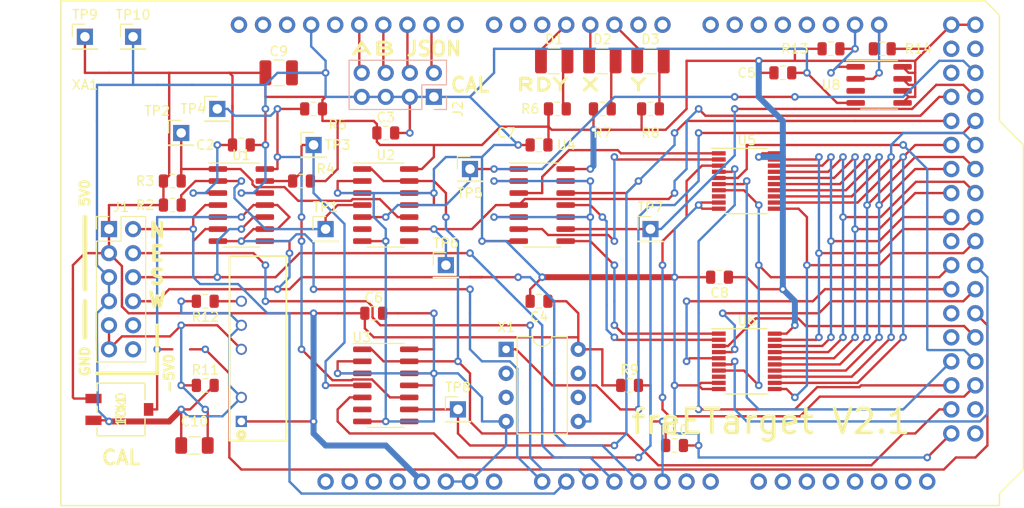
<source format=kicad_pcb>
(kicad_pcb (version 20171130) (host pcbnew "(5.1.5-0-10_14)")
  (layers (0 F.Cu signal) (31 B.Cu signal) (34 B.Paste user hide) (35 F.Paste user hide) (36 B.SilkS user hide) (37 F.SilkS user) (38 B.Mask user hide) (39 F.Mask user hide) (44 Edge.Cuts user hide))
  (net 0 "")
  (net 1 GND)
  (net 2 VCC)
  (net 3 "Net-(D1-Pad1)")
  (net 4 "Net-(D1-Pad2)")
  (net 5 "Net-(D2-Pad2)")
  (net 6 "Net-(D2-Pad1)")
  (net 7 "Net-(D3-Pad2)")
  (net 8 "Net-(D3-Pad1)")
  (net 9 /MIC_NORTH)
  (net 10 /MIC_EAST)
  (net 11 /MIC_SOUTH)
  (net 12 /MIC_WEST)
  (net 13 "Net-(J2-Pad2)")
  (net 14 "Net-(J2-Pad4)")
  (net 15 "Net-(J2-Pad6)")
  (net 16 "Net-(J2-Pad8)")
  (net 17 "Net-(R2-Pad2)")
  (net 18 "Net-(R3-Pad2)")
  (net 19 "Net-(R5-Pad2)")
  (net 20 /RUN_NORTH)
  (net 21 /RUN_EAST)
  (net 22 /RUN_SOUTH)
  (net 23 /RUN_WEST)
  (net 24 /STOP*)
  (net 25 "Net-(U2-Pad8)")
  (net 26 "Net-(U2-Pad6)")
  (net 27 "Net-(U3-Pad6)")
  (net 28 "Net-(U3-Pad8)")
  (net 29 "Net-(U4-Pad10)")
  (net 30 "Net-(U4-Pad3)")
  (net 31 "Net-(U4-Pad6)")
  (net 32 "Net-(U4-Pad8)")
  (net 33 "Net-(U4-Pad11)")
  (net 34 /NORTH_LO*)
  (net 35 /NORTH_HI*)
  (net 36 /EAST_LO*)
  (net 37 /EAST_HI*)
  (net 38 /READ*)
  (net 39 "Net-(U5-Pad8)")
  (net 40 /CLR*)
  (net 41 /D7)
  (net 42 /D6)
  (net 43 /D5)
  (net 44 /D4)
  (net 45 /D3)
  (net 46 /D2)
  (net 47 /D1)
  (net 48 /D0)
  (net 49 "Net-(U6-Pad8)")
  (net 50 /WEST_HI*)
  (net 51 /WEST_LO*)
  (net 52 /SOUTH_HI*)
  (net 53 /SOUTH_LO*)
  (net 54 /V_FB)
  (net 55 "Net-(XA1-PadVIN)")
  (net 56 "Net-(XA1-PadRST1)")
  (net 57 "Net-(XA1-PadIORF)")
  (net 58 "Net-(XA1-PadD19)")
  (net 59 "Net-(XA1-PadD18)")
  (net 60 "Net-(XA1-PadD17)")
  (net 61 "Net-(XA1-PadD16)")
  (net 62 "Net-(XA1-PadD15)")
  (net 63 "Net-(XA1-PadD14)")
  (net 64 "Net-(XA1-PadD0)")
  (net 65 "Net-(XA1-PadD1)")
  (net 66 "Net-(XA1-PadD5)")
  (net 67 "Net-(XA1-PadD6)")
  (net 68 "Net-(XA1-PadD7)")
  (net 69 "Net-(XA1-PadD8)")
  (net 70 "Net-(XA1-PadAREF)")
  (net 71 "Net-(XA1-PadD13)")
  (net 72 "Net-(XA1-PadA7)")
  (net 73 "Net-(XA1-PadA8)")
  (net 74 "Net-(XA1-PadA9)")
  (net 75 "Net-(XA1-PadA10)")
  (net 76 "Net-(XA1-PadA11)")
  (net 77 "Net-(XA1-PadA12)")
  (net 78 "Net-(XA1-PadA13)")
  (net 79 "Net-(XA1-PadA14)")
  (net 80 "Net-(XA1-PadA15)")
  (net 81 "Net-(XA1-PadD22)")
  (net 82 "Net-(XA1-PadD23)")
  (net 83 "Net-(XA1-PadD24)")
  (net 84 /QUIET)
  (net 85 "Net-(XA1-PadD38)")
  (net 86 "Net-(XA1-PadD44)")
  (net 87 "Net-(XA1-PadD46)")
  (net 88 "Net-(XA1-PadD53)")
  (net 89 "Net-(XA1-PadGND6)")
  (net 90 "Net-(R4-Pad2)")
  (net 91 "Net-(C10-Pad1)")
  (net 92 "Net-(XA1-Pad3V3)")
  (net 93 /BD_REV)
  (net 94 "Net-(R12-Pad1)")
  (net 95 "Net-(XA1-PadA6)")
  (net 96 "Net-(J1-Pad12)")
  (net 97 "Net-(J1-Pad10)")
  (net 98 "Net-(U8-Pad3)")
  (net 99 "Net-(XA1-PadSCL)")
  (net 100 "Net-(XA1-PadSDA)")
  (net 101 "Net-(R13-Pad2)")
  (net 102 "Net-(R14-Pad2)")
  (net 103 "Net-(XA1-PadD45)")
  (module Arduino:Arduino_Mega2560_Shield_AMB (layer F.Cu) (at 116.84 135.89)
    (fp_text reference XA1 (at 2.54 -44.45) (layer F.SilkS))
    (fp_text value Arduino_Mega2560_Shield)
    (fp_text user . (at 62.484 -32.004) (layer F.SilkS))
    (pad A0 thru_hole oval (at 50.8 -2.54) (size 1.7272 1.7272) (drill 1.016) (layers *.Cu *.Mask) (net 54 /V_FB))
    (pad VIN thru_hole oval (at 45.72 -2.54) (size 1.7272 1.7272) (drill 1.016) (layers *.Cu *.Mask) (net 55 "Net-(XA1-PadVIN)"))
    (pad GND3 thru_hole oval (at 43.18 -2.54) (size 1.7272 1.7272) (drill 1.016) (layers *.Cu *.Mask) (net 1 GND))
    (pad GND2 thru_hole oval (at 40.64 -2.54) (size 1.7272 1.7272) (drill 1.016) (layers *.Cu *.Mask) (net 1 GND))
    (pad 5V1 thru_hole oval (at 38.1 -2.54) (size 1.7272 1.7272) (drill 1.016) (layers *.Cu *.Mask) (net 2 VCC))
    (pad 3V3 thru_hole oval (at 35.56 -2.54) (size 1.7272 1.7272) (drill 1.016) (layers *.Cu *.Mask) (net 92 "Net-(XA1-Pad3V3)"))
    (pad RST1 thru_hole oval (at 33.02 -2.54) (size 1.7272 1.7272) (drill 1.016) (layers *.Cu *.Mask) (net 56 "Net-(XA1-PadRST1)"))
    (pad IORF thru_hole oval (at 30.48 -2.54) (size 1.7272 1.7272) (drill 1.016) (layers *.Cu *.Mask) (net 57 "Net-(XA1-PadIORF)"))
    (pad D21 thru_hole oval (at 86.36 -50.8) (size 1.7272 1.7272) (drill 1.016) (layers *.Cu *.Mask) (net 102 "Net-(R14-Pad2)"))
    (pad D20 thru_hole oval (at 83.82 -50.8) (size 1.7272 1.7272) (drill 1.016) (layers *.Cu *.Mask) (net 101 "Net-(R13-Pad2)"))
    (pad D19 thru_hole oval (at 81.28 -50.8) (size 1.7272 1.7272) (drill 1.016) (layers *.Cu *.Mask) (net 58 "Net-(XA1-PadD19)"))
    (pad D18 thru_hole oval (at 78.74 -50.8) (size 1.7272 1.7272) (drill 1.016) (layers *.Cu *.Mask) (net 59 "Net-(XA1-PadD18)"))
    (pad D17 thru_hole oval (at 76.2 -50.8) (size 1.7272 1.7272) (drill 1.016) (layers *.Cu *.Mask) (net 60 "Net-(XA1-PadD17)"))
    (pad D16 thru_hole oval (at 73.66 -50.8) (size 1.7272 1.7272) (drill 1.016) (layers *.Cu *.Mask) (net 61 "Net-(XA1-PadD16)"))
    (pad D15 thru_hole oval (at 71.12 -50.8) (size 1.7272 1.7272) (drill 1.016) (layers *.Cu *.Mask) (net 62 "Net-(XA1-PadD15)"))
    (pad D14 thru_hole oval (at 68.58 -50.8) (size 1.7272 1.7272) (drill 1.016) (layers *.Cu *.Mask) (net 63 "Net-(XA1-PadD14)"))
    (pad D0 thru_hole oval (at 63.5 -50.8) (size 1.7272 1.7272) (drill 1.016) (layers *.Cu *.Mask) (net 64 "Net-(XA1-PadD0)"))
    (pad D1 thru_hole oval (at 60.96 -50.8) (size 1.7272 1.7272) (drill 1.016) (layers *.Cu *.Mask) (net 65 "Net-(XA1-PadD1)"))
    (pad D2 thru_hole oval (at 58.42 -50.8) (size 1.7272 1.7272) (drill 1.016) (layers *.Cu *.Mask) (net 8 "Net-(D3-Pad1)"))
    (pad D3 thru_hole oval (at 55.88 -50.8) (size 1.7272 1.7272) (drill 1.016) (layers *.Cu *.Mask) (net 6 "Net-(D2-Pad1)"))
    (pad D4 thru_hole oval (at 53.34 -50.8) (size 1.7272 1.7272) (drill 1.016) (layers *.Cu *.Mask) (net 3 "Net-(D1-Pad1)"))
    (pad D5 thru_hole oval (at 50.8 -50.8) (size 1.7272 1.7272) (drill 1.016) (layers *.Cu *.Mask) (net 66 "Net-(XA1-PadD5)"))
    (pad D6 thru_hole oval (at 48.26 -50.8) (size 1.7272 1.7272) (drill 1.016) (layers *.Cu *.Mask) (net 67 "Net-(XA1-PadD6)"))
    (pad D7 thru_hole oval (at 45.72 -50.8) (size 1.7272 1.7272) (drill 1.016) (layers *.Cu *.Mask) (net 68 "Net-(XA1-PadD7)"))
    (pad GND1 thru_hole oval (at 26.416 -50.8) (size 1.7272 1.7272) (drill 1.016) (layers *.Cu *.Mask) (net 1 GND))
    (pad D8 thru_hole oval (at 41.656 -50.8) (size 1.7272 1.7272) (drill 1.016) (layers *.Cu *.Mask) (net 69 "Net-(XA1-PadD8)"))
    (pad D9 thru_hole oval (at 39.116 -50.8) (size 1.7272 1.7272) (drill 1.016) (layers *.Cu *.Mask) (net 13 "Net-(J2-Pad2)"))
    (pad D10 thru_hole oval (at 36.576 -50.8) (size 1.7272 1.7272) (drill 1.016) (layers *.Cu *.Mask) (net 14 "Net-(J2-Pad4)"))
    (pad "" np_thru_hole circle (at 90.17 -50.8) (size 3.2 3.2) (drill 3.2) (layers *.Cu *.Mask))
    (pad "" np_thru_hole circle (at 15.24 -50.8) (size 3.2 3.2) (drill 3.2) (layers *.Cu *.Mask))
    (pad "" np_thru_hole circle (at 96.52 -2.54) (size 3.2 3.2) (drill 3.2) (layers *.Cu *.Mask))
    (pad "" np_thru_hole circle (at 13.97 -2.54) (size 3.2 3.2) (drill 3.2) (layers *.Cu *.Mask))
    (pad SCL thru_hole oval (at 18.796 -50.8) (size 1.7272 1.7272) (drill 1.016) (layers *.Cu *.Mask) (net 99 "Net-(XA1-PadSCL)"))
    (pad SDA thru_hole oval (at 21.336 -50.8) (size 1.7272 1.7272) (drill 1.016) (layers *.Cu *.Mask) (net 100 "Net-(XA1-PadSDA)"))
    (pad AREF thru_hole oval (at 23.876 -50.8) (size 1.7272 1.7272) (drill 1.016) (layers *.Cu *.Mask) (net 70 "Net-(XA1-PadAREF)"))
    (pad D13 thru_hole oval (at 28.956 -50.8) (size 1.7272 1.7272) (drill 1.016) (layers *.Cu *.Mask) (net 71 "Net-(XA1-PadD13)"))
    (pad D12 thru_hole oval (at 31.496 -50.8) (size 1.7272 1.7272) (drill 1.016) (layers *.Cu *.Mask) (net 16 "Net-(J2-Pad8)"))
    (pad D11 thru_hole oval (at 34.036 -50.8) (size 1.7272 1.7272) (drill 1.016) (layers *.Cu *.Mask) (net 15 "Net-(J2-Pad6)"))
    (pad "" thru_hole oval (at 27.94 -2.54) (size 1.7272 1.7272) (drill 1.016) (layers *.Cu *.Mask))
    (pad A1 thru_hole oval (at 53.34 -2.54) (size 1.7272 1.7272) (drill 1.016) (layers *.Cu *.Mask) (net 9 /MIC_NORTH))
    (pad A2 thru_hole oval (at 55.88 -2.54) (size 1.7272 1.7272) (drill 1.016) (layers *.Cu *.Mask) (net 10 /MIC_EAST))
    (pad A3 thru_hole oval (at 58.42 -2.54) (size 1.7272 1.7272) (drill 1.016) (layers *.Cu *.Mask) (net 11 /MIC_SOUTH))
    (pad A4 thru_hole oval (at 60.96 -2.54) (size 1.7272 1.7272) (drill 1.016) (layers *.Cu *.Mask) (net 12 /MIC_WEST))
    (pad A5 thru_hole oval (at 63.5 -2.54) (size 1.7272 1.7272) (drill 1.016) (layers *.Cu *.Mask) (net 93 /BD_REV))
    (pad A6 thru_hole oval (at 66.04 -2.54) (size 1.7272 1.7272) (drill 1.016) (layers *.Cu *.Mask) (net 95 "Net-(XA1-PadA6)"))
    (pad A7 thru_hole oval (at 68.58 -2.54) (size 1.7272 1.7272) (drill 1.016) (layers *.Cu *.Mask) (net 72 "Net-(XA1-PadA7)"))
    (pad A8 thru_hole oval (at 73.66 -2.54) (size 1.7272 1.7272) (drill 1.016) (layers *.Cu *.Mask) (net 73 "Net-(XA1-PadA8)"))
    (pad A9 thru_hole oval (at 76.2 -2.54) (size 1.7272 1.7272) (drill 1.016) (layers *.Cu *.Mask) (net 74 "Net-(XA1-PadA9)"))
    (pad A10 thru_hole oval (at 78.74 -2.54) (size 1.7272 1.7272) (drill 1.016) (layers *.Cu *.Mask) (net 75 "Net-(XA1-PadA10)"))
    (pad A11 thru_hole oval (at 81.28 -2.54) (size 1.7272 1.7272) (drill 1.016) (layers *.Cu *.Mask) (net 76 "Net-(XA1-PadA11)"))
    (pad A12 thru_hole oval (at 83.82 -2.54) (size 1.7272 1.7272) (drill 1.016) (layers *.Cu *.Mask) (net 77 "Net-(XA1-PadA12)"))
    (pad A13 thru_hole oval (at 86.36 -2.54) (size 1.7272 1.7272) (drill 1.016) (layers *.Cu *.Mask) (net 78 "Net-(XA1-PadA13)"))
    (pad A14 thru_hole oval (at 88.9 -2.54) (size 1.7272 1.7272) (drill 1.016) (layers *.Cu *.Mask) (net 79 "Net-(XA1-PadA14)"))
    (pad A15 thru_hole oval (at 91.44 -2.54) (size 1.7272 1.7272) (drill 1.016) (layers *.Cu *.Mask) (net 80 "Net-(XA1-PadA15)"))
    (pad 5V3 thru_hole oval (at 93.98 -50.8) (size 1.7272 1.7272) (drill 1.016) (layers *.Cu *.Mask) (net 2 VCC))
    (pad 5V4 thru_hole oval (at 96.52 -50.8) (size 1.7272 1.7272) (drill 1.016) (layers *.Cu *.Mask) (net 2 VCC))
    (pad D22 thru_hole oval (at 93.98 -48.26) (size 1.7272 1.7272) (drill 1.016) (layers *.Cu *.Mask) (net 81 "Net-(XA1-PadD22)"))
    (pad D23 thru_hole oval (at 96.52 -48.26) (size 1.7272 1.7272) (drill 1.016) (layers *.Cu *.Mask) (net 82 "Net-(XA1-PadD23)"))
    (pad D24 thru_hole oval (at 93.98 -45.72) (size 1.7272 1.7272) (drill 1.016) (layers *.Cu *.Mask) (net 83 "Net-(XA1-PadD24)"))
    (pad D25 thru_hole oval (at 96.52 -45.72) (size 1.7272 1.7272) (drill 1.016) (layers *.Cu *.Mask) (net 20 /RUN_NORTH))
    (pad D26 thru_hole oval (at 93.98 -43.18) (size 1.7272 1.7272) (drill 1.016) (layers *.Cu *.Mask) (net 21 /RUN_EAST))
    (pad D27 thru_hole oval (at 96.52 -43.18) (size 1.7272 1.7272) (drill 1.016) (layers *.Cu *.Mask) (net 22 /RUN_SOUTH))
    (pad D28 thru_hole oval (at 93.98 -40.64) (size 1.7272 1.7272) (drill 1.016) (layers *.Cu *.Mask) (net 23 /RUN_WEST))
    (pad D29 thru_hole oval (at 96.52 -40.64) (size 1.7272 1.7272) (drill 1.016) (layers *.Cu *.Mask) (net 84 /QUIET))
    (pad D30 thru_hole oval (at 93.98 -38.1) (size 1.7272 1.7272) (drill 1.016) (layers *.Cu *.Mask) (net 41 /D7))
    (pad D31 thru_hole oval (at 96.52 -38.1) (size 1.7272 1.7272) (drill 1.016) (layers *.Cu *.Mask) (net 42 /D6))
    (pad D32 thru_hole oval (at 93.98 -35.56) (size 1.7272 1.7272) (drill 1.016) (layers *.Cu *.Mask) (net 43 /D5))
    (pad D33 thru_hole oval (at 96.52 -35.56) (size 1.7272 1.7272) (drill 1.016) (layers *.Cu *.Mask) (net 44 /D4))
    (pad D34 thru_hole oval (at 93.98 -33.02) (size 1.7272 1.7272) (drill 1.016) (layers *.Cu *.Mask) (net 45 /D3))
    (pad D35 thru_hole oval (at 96.52 -33.02) (size 1.7272 1.7272) (drill 1.016) (layers *.Cu *.Mask) (net 46 /D2))
    (pad D36 thru_hole oval (at 93.98 -30.48) (size 1.7272 1.7272) (drill 1.016) (layers *.Cu *.Mask) (net 47 /D1))
    (pad D37 thru_hole oval (at 96.52 -30.48) (size 1.7272 1.7272) (drill 1.016) (layers *.Cu *.Mask) (net 48 /D0))
    (pad D38 thru_hole oval (at 93.98 -27.94) (size 1.7272 1.7272) (drill 1.016) (layers *.Cu *.Mask) (net 85 "Net-(XA1-PadD38)"))
    (pad D39 thru_hole oval (at 96.52 -27.94) (size 1.7272 1.7272) (drill 1.016) (layers *.Cu *.Mask) (net 40 /CLR*))
    (pad D40 thru_hole oval (at 93.98 -25.4) (size 1.7272 1.7272) (drill 1.016) (layers *.Cu *.Mask) (net 38 /READ*))
    (pad D41 thru_hole oval (at 96.52 -25.4) (size 1.7272 1.7272) (drill 1.016) (layers *.Cu *.Mask) (net 50 /WEST_HI*))
    (pad D42 thru_hole oval (at 93.98 -22.86) (size 1.7272 1.7272) (drill 1.016) (layers *.Cu *.Mask) (net 51 /WEST_LO*))
    (pad D43 thru_hole oval (at 96.52 -22.86) (size 1.7272 1.7272) (drill 1.016) (layers *.Cu *.Mask) (net 52 /SOUTH_HI*))
    (pad D44 thru_hole oval (at 93.98 -20.32) (size 1.7272 1.7272) (drill 1.016) (layers *.Cu *.Mask) (net 86 "Net-(XA1-PadD44)"))
    (pad D45 thru_hole oval (at 96.52 -20.32) (size 1.7272 1.7272) (drill 1.016) (layers *.Cu *.Mask) (net 103 "Net-(XA1-PadD45)"))
    (pad D46 thru_hole oval (at 93.98 -17.78) (size 1.7272 1.7272) (drill 1.016) (layers *.Cu *.Mask) (net 87 "Net-(XA1-PadD46)"))
    (pad D47 thru_hole oval (at 96.52 -17.78) (size 1.7272 1.7272) (drill 1.016) (layers *.Cu *.Mask) (net 53 /SOUTH_LO*))
    (pad D48 thru_hole oval (at 93.98 -15.24) (size 1.7272 1.7272) (drill 1.016) (layers *.Cu *.Mask) (net 37 /EAST_HI*))
    (pad D49 thru_hole oval (at 96.52 -15.24) (size 1.7272 1.7272) (drill 1.016) (layers *.Cu *.Mask) (net 36 /EAST_LO*))
    (pad D50 thru_hole oval (at 93.98 -12.7) (size 1.7272 1.7272) (drill 1.016) (layers *.Cu *.Mask) (net 35 /NORTH_HI*))
    (pad D51 thru_hole oval (at 96.52 -12.7) (size 1.7272 1.7272) (drill 1.016) (layers *.Cu *.Mask) (net 34 /NORTH_LO*))
    (pad D52 thru_hole oval (at 93.98 -10.16) (size 1.7272 1.7272) (drill 1.016) (layers *.Cu *.Mask) (net 24 /STOP*))
    (pad D53 thru_hole oval (at 96.52 -10.16) (size 1.7272 1.7272) (drill 1.016) (layers *.Cu *.Mask) (net 88 "Net-(XA1-PadD53)"))
    (pad GND5 thru_hole oval (at 93.98 -7.62) (size 1.7272 1.7272) (drill 1.016) (layers *.Cu *.Mask) (net 1 GND))
    (pad GND6 thru_hole oval (at 96.52 -7.62) (size 1.7272 1.7272) (drill 1.016) (layers *.Cu *.Mask) (net 89 "Net-(XA1-PadGND6)"))
  )
  (module Resistor_SMD:R_0805_2012Metric (layer F.Cu) (at 203.5325 87.63 180)
    (fp_text reference R14 (at -3.81 0) (layer F.SilkS))
    (fp_text value 4K7)
    (pad 2 smd roundrect (at 0.9375 0 180) (size 0.975 1.4) (layers F.Cu F.Paste F.Mask) (net 102 "Net-(R14-Pad2)"))
    (pad 1 smd roundrect (at -0.9375 0 180) (size 0.975 1.4) (layers F.Cu F.Paste F.Mask) (net 2 VCC))
  )
  (module Resistor_SMD:R_0805_2012Metric (layer F.Cu) (at 198.12 87.63)
    (fp_text reference R13 (at -3.81 0) (layer F.SilkS))
    (fp_text value 4K7)
    (pad 2 smd roundrect (at 0.9375 0) (size 0.975 1.4) (layers F.Cu F.Paste F.Mask) (net 101 "Net-(R13-Pad2)"))
    (pad 1 smd roundrect (at -0.9375 0) (size 0.975 1.4) (layers F.Cu F.Paste F.Mask) (net 2 VCC))
  )
  (module Package_SO:SOIC-8_3.9x4.9mm_P1.27mm (layer F.Cu) (at 203.2 91.44)
    (fp_text reference U8 (at -5.08 0) (layer F.SilkS))
    (fp_text value LM75AIMX_NOPB)
    (pad 8 smd roundrect (at 2.475 -1.905) (size 1.95 0.6) (layers F.Cu F.Paste F.Mask) (net 2 VCC))
    (pad 7 smd roundrect (at 2.475 -0.635) (size 1.95 0.6) (layers F.Cu F.Paste F.Mask) (net 2 VCC))
    (pad 6 smd roundrect (at 2.475 0.635) (size 1.95 0.6) (layers F.Cu F.Paste F.Mask) (net 2 VCC))
    (pad 5 smd roundrect (at 2.475 1.905) (size 1.95 0.6) (layers F.Cu F.Paste F.Mask) (net 2 VCC))
    (pad 4 smd roundrect (at -2.475 1.905) (size 1.95 0.6) (layers F.Cu F.Paste F.Mask) (net 1 GND))
    (pad 3 smd roundrect (at -2.475 0.635) (size 1.95 0.6) (layers F.Cu F.Paste F.Mask) (net 98 "Net-(U8-Pad3)"))
    (pad 2 smd roundrect (at -2.475 -0.635) (size 1.95 0.6) (layers F.Cu F.Paste F.Mask) (net 102 "Net-(R14-Pad2)"))
    (pad 1 smd roundrect (at -2.475 -1.905) (size 1.95 0.6) (layers F.Cu F.Paste F.Mask) (net 101 "Net-(R13-Pad2)"))
  )
  (module Resistor_SMD:R_0805_2012Metric (layer F.Cu) (at 132.08 114.3 180)
    (fp_text reference R12 (at 0 -1.65) (layer F.SilkS))
    (fp_text value 10K0)
    (pad 2 smd roundrect (at 0.9375 0 180) (size 0.975 1.4) (layers F.Cu F.Paste F.Mask) (net 1 GND))
    (pad 1 smd roundrect (at -0.9375 0 180) (size 0.975 1.4) (layers F.Cu F.Paste F.Mask) (net 94 "Net-(R12-Pad1)"))
  )
  (module Resistor_SMD:R_0805_2012Metric (layer F.Cu) (at 132.08 123.19)
    (fp_text reference R11 (at 0 -1.65) (layer F.SilkS))
    (fp_text value 10K0)
    (pad 2 smd roundrect (at 0.9375 0) (size 0.975 1.4) (layers F.Cu F.Paste F.Mask) (net 1 GND))
    (pad 1 smd roundrect (at -0.9375 0) (size 0.975 1.4) (layers F.Cu F.Paste F.Mask) (net 91 "Net-(C10-Pad1)"))
  )
  (module Resistor_SMD:R_0805_2012Metric (layer F.Cu) (at 181.61 129.54)
    (fp_text reference R10 (at 0 -1.65) (layer F.SilkS))
    (fp_text value 4K7)
    (pad 2 smd roundrect (at 0.9375 0) (size 0.975 1.4) (layers F.Cu F.Paste F.Mask) (net 1 GND))
    (pad 1 smd roundrect (at -0.9375 0) (size 0.975 1.4) (layers F.Cu F.Paste F.Mask) (net 93 /BD_REV))
  )
  (module Resistor_SMD:R_0805_2012Metric (layer F.Cu) (at 176.8625 123.19)
    (fp_text reference R9 (at 0 -1.65) (layer F.SilkS))
    (fp_text value 4K7)
    (pad 2 smd roundrect (at 0.9375 0) (size 0.975 1.4) (layers F.Cu F.Paste F.Mask) (net 93 /BD_REV))
    (pad 1 smd roundrect (at -0.9375 0) (size 0.975 1.4) (layers F.Cu F.Paste F.Mask) (net 2 VCC))
  )
  (module NMA0505SC:SIP600W50P254L1950H1000Q5 (layer F.Cu) (at 135.89 127 90)
    (fp_text reference U7 (at 1.2714 -2.5428 90) (layer F.SilkS) (effects (font (size 1.001102 1.001102) (thickness 0.015))))
    (fp_text value NMA0505SC)
    (pad 6 thru_hole circle (at 12.7 0 90) (size 1.18 1.18) (drill 0.8) (layers *.Cu *.Mask) (net 94 "Net-(R12-Pad1)"))
    (pad 5 thru_hole circle (at 10.16 0 90) (size 1.18 1.18) (drill 0.8) (layers *.Cu *.Mask) (net 1 GND))
    (pad 4 thru_hole circle (at 7.62 0 90) (size 1.18 1.18) (drill 0.8) (layers *.Cu *.Mask) (net 91 "Net-(C10-Pad1)"))
    (pad 2 thru_hole circle (at 2.54 0 90) (size 1.18 1.18) (drill 0.8) (layers *.Cu *.Mask) (net 1 GND))
    (pad 1 thru_hole rect (at 0 0 90) (size 1.18 1.18) (drill 0.8) (layers *.Cu *.Mask) (net 2 VCC))
  )
  (module Connector_PinHeader_2.54mm:PinHeader_2x06_P2.54mm_Vertical (layer F.Cu) (at 121.92 106.68)
    (fp_text reference J1 (at 1.27 -2.33) (layer F.SilkS))
    (fp_text value Conn_02x06_Odd_Even)
    (pad 12 thru_hole oval (at 2.54 12.7) (size 1.7 1.7) (drill 1) (layers *.Cu *.Mask) (net 96 "Net-(J1-Pad12)"))
    (pad 11 thru_hole oval (at 0 12.7) (size 1.7 1.7) (drill 1) (layers *.Cu *.Mask) (net 91 "Net-(C10-Pad1)"))
    (pad 10 thru_hole oval (at 2.54 10.16) (size 1.7 1.7) (drill 1) (layers *.Cu *.Mask) (net 97 "Net-(J1-Pad10)"))
    (pad 9 thru_hole oval (at 0 10.16) (size 1.7 1.7) (drill 1) (layers *.Cu *.Mask) (net 91 "Net-(C10-Pad1)"))
    (pad 8 thru_hole oval (at 2.54 7.62) (size 1.7 1.7) (drill 1) (layers *.Cu *.Mask) (net 12 /MIC_WEST))
    (pad 7 thru_hole oval (at 0 7.62) (size 1.7 1.7) (drill 1) (layers *.Cu *.Mask) (net 1 GND))
    (pad 6 thru_hole oval (at 2.54 5.08) (size 1.7 1.7) (drill 1) (layers *.Cu *.Mask) (net 11 /MIC_SOUTH))
    (pad 5 thru_hole oval (at 0 5.08) (size 1.7 1.7) (drill 1) (layers *.Cu *.Mask) (net 1 GND))
    (pad 4 thru_hole oval (at 2.54 2.54) (size 1.7 1.7) (drill 1) (layers *.Cu *.Mask) (net 10 /MIC_EAST))
    (pad 3 thru_hole oval (at 0 2.54) (size 1.7 1.7) (drill 1) (layers *.Cu *.Mask) (net 2 VCC))
    (pad 2 thru_hole oval (at 2.54 0) (size 1.7 1.7) (drill 1) (layers *.Cu *.Mask) (net 9 /MIC_NORTH))
    (pad 1 thru_hole rect (at 0 0) (size 1.7 1.7) (drill 1) (layers *.Cu *.Mask) (net 2 VCC))
  )
  (module Package_SO:SOIC-14_3.9x8.7mm_P1.27mm (layer F.Cu) (at 135.89 104.14)
    (fp_text reference U1 (at 0 -5.28) (layer F.SilkS))
    (fp_text value LM339)
    (pad 14 smd roundrect (at 2.475 -3.81) (size 1.95 0.6) (layers F.Cu F.Paste F.Mask) (net 19 "Net-(R5-Pad2)"))
    (pad 13 smd roundrect (at 2.475 -2.54) (size 1.95 0.6) (layers F.Cu F.Paste F.Mask) (net 90 "Net-(R4-Pad2)"))
    (pad 12 smd roundrect (at 2.475 -1.27) (size 1.95 0.6) (layers F.Cu F.Paste F.Mask) (net 1 GND))
    (pad 11 smd roundrect (at 2.475 0) (size 1.95 0.6) (layers F.Cu F.Paste F.Mask) (net 54 /V_FB))
    (pad 10 smd roundrect (at 2.475 1.27) (size 1.95 0.6) (layers F.Cu F.Paste F.Mask) (net 11 /MIC_SOUTH))
    (pad 9 smd roundrect (at 2.475 2.54) (size 1.95 0.6) (layers F.Cu F.Paste F.Mask) (net 54 /V_FB))
    (pad 8 smd roundrect (at 2.475 3.81) (size 1.95 0.6) (layers F.Cu F.Paste F.Mask) (net 12 /MIC_WEST))
    (pad 7 smd roundrect (at -2.475 3.81) (size 1.95 0.6) (layers F.Cu F.Paste F.Mask) (net 54 /V_FB))
    (pad 6 smd roundrect (at -2.475 2.54) (size 1.95 0.6) (layers F.Cu F.Paste F.Mask) (net 10 /MIC_EAST))
    (pad 5 smd roundrect (at -2.475 1.27) (size 1.95 0.6) (layers F.Cu F.Paste F.Mask) (net 54 /V_FB))
    (pad 4 smd roundrect (at -2.475 0) (size 1.95 0.6) (layers F.Cu F.Paste F.Mask) (net 9 /MIC_NORTH))
    (pad 3 smd roundrect (at -2.475 -1.27) (size 1.95 0.6) (layers F.Cu F.Paste F.Mask) (net 2 VCC))
    (pad 2 smd roundrect (at -2.475 -2.54) (size 1.95 0.6) (layers F.Cu F.Paste F.Mask) (net 17 "Net-(R2-Pad2)"))
    (pad 1 smd roundrect (at -2.475 -3.81) (size 1.95 0.6) (layers F.Cu F.Paste F.Mask) (net 18 "Net-(R3-Pad2)"))
  )
  (module Package_SO:TSSOP-20_4.4x6.5mm_P0.65mm (layer F.Cu) (at 189.23 101.6)
    (fp_text reference U5 (at 0 -4.3) (layer F.SilkS))
    (fp_text value 74LV8154)
    (pad 1 smd rect (at -2.95 -2.925) (size 1.45 0.45) (layers F.Cu F.Paste F.Mask) (net 30 "Net-(U4-Pad3)"))
    (pad 2 smd rect (at -2.95 -2.275) (size 1.45 0.45) (layers F.Cu F.Paste F.Mask) (net 31 "Net-(U4-Pad6)"))
    (pad 3 smd rect (at -2.95 -1.625) (size 1.45 0.45) (layers F.Cu F.Paste F.Mask) (net 34 /NORTH_LO*))
    (pad 4 smd rect (at -2.95 -0.975) (size 1.45 0.45) (layers F.Cu F.Paste F.Mask) (net 35 /NORTH_HI*))
    (pad 5 smd rect (at -2.95 -0.325) (size 1.45 0.45) (layers F.Cu F.Paste F.Mask) (net 36 /EAST_LO*))
    (pad 6 smd rect (at -2.95 0.325) (size 1.45 0.45) (layers F.Cu F.Paste F.Mask) (net 37 /EAST_HI*))
    (pad 7 smd rect (at -2.95 0.975) (size 1.45 0.45) (layers F.Cu F.Paste F.Mask) (net 38 /READ*))
    (pad 8 smd rect (at -2.95 1.625) (size 1.45 0.45) (layers F.Cu F.Paste F.Mask) (net 39 "Net-(U5-Pad8)"))
    (pad 9 smd rect (at -2.95 2.275) (size 1.45 0.45) (layers F.Cu F.Paste F.Mask) (net 1 GND))
    (pad 10 smd rect (at -2.95 2.925) (size 1.45 0.45) (layers F.Cu F.Paste F.Mask) (net 1 GND))
    (pad 11 smd rect (at 2.95 2.925) (size 1.45 0.45) (layers F.Cu F.Paste F.Mask) (net 40 /CLR*))
    (pad 12 smd rect (at 2.95 2.275) (size 1.45 0.45) (layers F.Cu F.Paste F.Mask) (net 41 /D7))
    (pad 13 smd rect (at 2.95 1.625) (size 1.45 0.45) (layers F.Cu F.Paste F.Mask) (net 42 /D6))
    (pad 14 smd rect (at 2.95 0.975) (size 1.45 0.45) (layers F.Cu F.Paste F.Mask) (net 43 /D5))
    (pad 15 smd rect (at 2.95 0.325) (size 1.45 0.45) (layers F.Cu F.Paste F.Mask) (net 44 /D4))
    (pad 16 smd rect (at 2.95 -0.325) (size 1.45 0.45) (layers F.Cu F.Paste F.Mask) (net 45 /D3))
    (pad 17 smd rect (at 2.95 -0.975) (size 1.45 0.45) (layers F.Cu F.Paste F.Mask) (net 46 /D2))
    (pad 18 smd rect (at 2.95 -1.625) (size 1.45 0.45) (layers F.Cu F.Paste F.Mask) (net 47 /D1))
    (pad 19 smd rect (at 2.95 -2.275) (size 1.45 0.45) (layers F.Cu F.Paste F.Mask) (net 48 /D0))
    (pad 20 smd rect (at 2.95 -2.925) (size 1.45 0.45) (layers F.Cu F.Paste F.Mask) (net 2 VCC))
  )
  (module Package_SO:TSSOP-20_4.4x6.5mm_P0.65mm (layer F.Cu) (at 189.23 120.65)
    (fp_text reference U6 (at 0 -4.3) (layer F.SilkS))
    (fp_text value 74LV8154)
    (pad 20 smd rect (at 2.95 -2.925) (size 1.45 0.45) (layers F.Cu F.Paste F.Mask) (net 2 VCC))
    (pad 19 smd rect (at 2.95 -2.275) (size 1.45 0.45) (layers F.Cu F.Paste F.Mask) (net 48 /D0))
    (pad 18 smd rect (at 2.95 -1.625) (size 1.45 0.45) (layers F.Cu F.Paste F.Mask) (net 47 /D1))
    (pad 17 smd rect (at 2.95 -0.975) (size 1.45 0.45) (layers F.Cu F.Paste F.Mask) (net 46 /D2))
    (pad 16 smd rect (at 2.95 -0.325) (size 1.45 0.45) (layers F.Cu F.Paste F.Mask) (net 45 /D3))
    (pad 15 smd rect (at 2.95 0.325) (size 1.45 0.45) (layers F.Cu F.Paste F.Mask) (net 44 /D4))
    (pad 14 smd rect (at 2.95 0.975) (size 1.45 0.45) (layers F.Cu F.Paste F.Mask) (net 43 /D5))
    (pad 13 smd rect (at 2.95 1.625) (size 1.45 0.45) (layers F.Cu F.Paste F.Mask) (net 42 /D6))
    (pad 12 smd rect (at 2.95 2.275) (size 1.45 0.45) (layers F.Cu F.Paste F.Mask) (net 41 /D7))
    (pad 11 smd rect (at 2.95 2.925) (size 1.45 0.45) (layers F.Cu F.Paste F.Mask) (net 40 /CLR*))
    (pad 10 smd rect (at -2.95 2.925) (size 1.45 0.45) (layers F.Cu F.Paste F.Mask) (net 1 GND))
    (pad 9 smd rect (at -2.95 2.275) (size 1.45 0.45) (layers F.Cu F.Paste F.Mask) (net 1 GND))
    (pad 8 smd rect (at -2.95 1.625) (size 1.45 0.45) (layers F.Cu F.Paste F.Mask) (net 49 "Net-(U6-Pad8)"))
    (pad 7 smd rect (at -2.95 0.975) (size 1.45 0.45) (layers F.Cu F.Paste F.Mask) (net 38 /READ*))
    (pad 6 smd rect (at -2.95 0.325) (size 1.45 0.45) (layers F.Cu F.Paste F.Mask) (net 50 /WEST_HI*))
    (pad 5 smd rect (at -2.95 -0.325) (size 1.45 0.45) (layers F.Cu F.Paste F.Mask) (net 51 /WEST_LO*))
    (pad 4 smd rect (at -2.95 -0.975) (size 1.45 0.45) (layers F.Cu F.Paste F.Mask) (net 52 /SOUTH_HI*))
    (pad 3 smd rect (at -2.95 -1.625) (size 1.45 0.45) (layers F.Cu F.Paste F.Mask) (net 53 /SOUTH_LO*))
    (pad 2 smd rect (at -2.95 -2.275) (size 1.45 0.45) (layers F.Cu F.Paste F.Mask) (net 33 "Net-(U4-Pad11)"))
    (pad 1 smd rect (at -2.95 -2.925) (size 1.45 0.45) (layers F.Cu F.Paste F.Mask) (net 32 "Net-(U4-Pad8)"))
  )
  (module Resistor_SMD:R_1210_3225Metric (layer F.Cu) (at 139.83 90.17)
    (fp_text reference C9 (at 0 -2.28) (layer F.SilkS))
    (fp_text value 10uF0)
    (pad 2 smd roundrect (at 1.4 0) (size 1.25 2.65) (layers F.Cu F.Paste F.Mask) (roundrect_rratio 0.2) (net 1 GND))
    (pad 1 smd roundrect (at -1.4 0) (size 1.25 2.65) (layers F.Cu F.Paste F.Mask) (roundrect_rratio 0.2) (net 2 VCC))
  )
  (module Resistor_SMD:R_0805_2012Metric (layer F.Cu) (at 135.89 97.79)
    (fp_text reference C2 (at -3.81 0) (layer F.SilkS))
    (fp_text value 0u1)
    (pad 1 smd roundrect (at -0.9375 0) (size 0.975 1.4) (layers F.Cu F.Paste F.Mask) (net 2 VCC))
    (pad 2 smd roundrect (at 0.9375 0) (size 0.975 1.4) (layers F.Cu F.Paste F.Mask) (net 1 GND))
  )
  (module Resistor_SMD:R_0805_2012Metric (layer F.Cu) (at 151.13 96.52)
    (fp_text reference C3 (at 0 -1.65) (layer F.SilkS))
    (fp_text value 0u1)
    (pad 2 smd roundrect (at 0.9375 0) (size 0.975 1.4) (layers F.Cu F.Paste F.Mask) (net 1 GND))
    (pad 1 smd roundrect (at -0.9375 0) (size 0.975 1.4) (layers F.Cu F.Paste F.Mask) (net 2 VCC))
  )
  (module Resistor_SMD:R_0805_2012Metric (layer F.Cu) (at 167.3075 114.3 180)
    (fp_text reference C4 (at 0 -1.65) (layer F.SilkS))
    (fp_text value 0u1)
    (pad 1 smd roundrect (at -0.9375 0 180) (size 0.975 1.4) (layers F.Cu F.Paste F.Mask) (net 2 VCC))
    (pad 2 smd roundrect (at 0.9375 0 180) (size 0.975 1.4) (layers F.Cu F.Paste F.Mask) (net 1 GND))
  )
  (module Resistor_SMD:R_0805_2012Metric (layer F.Cu) (at 193.04 90.17)
    (fp_text reference C5 (at -3.81 0) (layer F.SilkS))
    (fp_text value 0u1)
    (pad 2 smd roundrect (at 0.9375 0) (size 0.975 1.4) (layers F.Cu F.Paste F.Mask) (net 1 GND))
    (pad 1 smd roundrect (at -0.9375 0) (size 0.975 1.4) (layers F.Cu F.Paste F.Mask) (net 2 VCC))
  )
  (module Resistor_SMD:R_0805_2012Metric (layer F.Cu) (at 149.86 115.57)
    (fp_text reference C6 (at 0 -1.65) (layer F.SilkS))
    (fp_text value 0u1)
    (pad 2 smd roundrect (at 0.9375 0) (size 0.975 1.4) (layers F.Cu F.Paste F.Mask) (net 1 GND))
    (pad 1 smd roundrect (at -0.9375 0) (size 0.975 1.4) (layers F.Cu F.Paste F.Mask) (net 2 VCC))
  )
  (module Resistor_SMD:R_0805_2012Metric (layer F.Cu) (at 167.3075 97.79 180)
    (fp_text reference C7 (at 3.4775 1.27) (layer F.SilkS))
    (fp_text value 0u1)
    (pad 1 smd roundrect (at -0.9375 0 180) (size 0.975 1.4) (layers F.Cu F.Paste F.Mask) (net 2 VCC))
    (pad 2 smd roundrect (at 0.9375 0 180) (size 0.975 1.4) (layers F.Cu F.Paste F.Mask) (net 1 GND))
  )
  (module Resistor_SMD:R_0805_2012Metric (layer F.Cu) (at 186.3575 111.76 180)
    (fp_text reference C8 (at 0 -1.65) (layer F.SilkS))
    (fp_text value 0u1)
    (pad 2 smd roundrect (at 0.9375 0 180) (size 0.975 1.4) (layers F.Cu F.Paste F.Mask) (net 1 GND))
    (pad 1 smd roundrect (at -0.9375 0 180) (size 0.975 1.4) (layers F.Cu F.Paste F.Mask) (net 2 VCC))
  )
  (module Connector_PinHeader_2.54mm:PinHeader_2x04_P2.54mm_Vertical (layer B.Cu) (at 156.21 92.71 90)
    (fp_text reference J2 (at -1.27 2.54 270) (layer F.SilkS))
    (fp_text value Conn_02x04_Odd_Even)
    (pad 1 thru_hole rect (at 0 0 90) (size 1.7 1.7) (drill 1) (layers *.Cu *.Mask) (net 1 GND))
    (pad 2 thru_hole oval (at 2.54 0 90) (size 1.7 1.7) (drill 1) (layers *.Cu *.Mask) (net 13 "Net-(J2-Pad2)"))
    (pad 3 thru_hole oval (at 0 -2.54 90) (size 1.7 1.7) (drill 1) (layers *.Cu *.Mask) (net 1 GND))
    (pad 4 thru_hole oval (at 2.54 -2.54 90) (size 1.7 1.7) (drill 1) (layers *.Cu *.Mask) (net 14 "Net-(J2-Pad4)"))
    (pad 5 thru_hole oval (at 0 -5.08 90) (size 1.7 1.7) (drill 1) (layers *.Cu *.Mask) (net 1 GND))
    (pad 6 thru_hole oval (at 2.54 -5.08 90) (size 1.7 1.7) (drill 1) (layers *.Cu *.Mask) (net 15 "Net-(J2-Pad6)"))
    (pad 7 thru_hole oval (at 0 -7.62 90) (size 1.7 1.7) (drill 1) (layers *.Cu *.Mask) (net 1 GND))
    (pad 8 thru_hole oval (at 2.54 -7.62 90) (size 1.7 1.7) (drill 1) (layers *.Cu *.Mask) (net 16 "Net-(J2-Pad8)"))
  )
  (module Resistor_SMD:R_0805_2012Metric (layer F.Cu) (at 128.6025 104.14)
    (fp_text reference R2 (at -2.8725 0) (layer F.SilkS))
    (fp_text value 4K7)
    (pad 1 smd roundrect (at -0.9375 0) (size 0.975 1.4) (layers F.Cu F.Paste F.Mask) (net 2 VCC))
    (pad 2 smd roundrect (at 0.9375 0) (size 0.975 1.4) (layers F.Cu F.Paste F.Mask) (net 17 "Net-(R2-Pad2)"))
  )
  (module Resistor_SMD:R_0805_2012Metric (layer F.Cu) (at 128.6025 101.6)
    (fp_text reference R3 (at -2.8725 0) (layer F.SilkS))
    (fp_text value 4K7)
    (pad 2 smd roundrect (at 0.9375 0) (size 0.975 1.4) (layers F.Cu F.Paste F.Mask) (net 18 "Net-(R3-Pad2)"))
    (pad 1 smd roundrect (at -0.9375 0) (size 0.975 1.4) (layers F.Cu F.Paste F.Mask) (net 2 VCC))
  )
  (module Resistor_SMD:R_0805_2012Metric (layer F.Cu) (at 142.24 101.6 180)
    (fp_text reference R4 (at -2.54 1.27) (layer F.SilkS))
    (fp_text value 4K7)
    (pad 1 smd roundrect (at -0.9375 0 180) (size 0.975 1.4) (layers F.Cu F.Paste F.Mask) (net 2 VCC))
    (pad 2 smd roundrect (at 0.9375 0 180) (size 0.975 1.4) (layers F.Cu F.Paste F.Mask) (net 90 "Net-(R4-Pad2)"))
  )
  (module Resistor_SMD:R_0805_2012Metric (layer F.Cu) (at 143.51 93.98 180)
    (fp_text reference R5 (at -2.54 -1.65) (layer F.SilkS))
    (fp_text value 4K7)
    (pad 2 smd roundrect (at 0.9375 0 180) (size 0.975 1.4) (layers F.Cu F.Paste F.Mask) (net 19 "Net-(R5-Pad2)"))
    (pad 1 smd roundrect (at -0.9375 0 180) (size 0.975 1.4) (layers F.Cu F.Paste F.Mask) (net 2 VCC))
  )
  (module Resistor_SMD:R_0805_2012Metric (layer F.Cu) (at 169.2425 93.98)
    (fp_text reference R6 (at -2.8725 0) (layer F.SilkS))
    (fp_text value 220r)
    (pad 1 smd roundrect (at -0.9375 0) (size 0.975 1.4) (layers F.Cu F.Paste F.Mask) (net 2 VCC))
    (pad 2 smd roundrect (at 0.9375 0) (size 0.975 1.4) (layers F.Cu F.Paste F.Mask) (net 4 "Net-(D1-Pad2)"))
  )
  (module Resistor_SMD:R_0805_2012Metric (layer F.Cu) (at 173.99 93.98)
    (fp_text reference R7 (at 0 2.54) (layer F.SilkS))
    (fp_text value 220r)
    (pad 1 smd roundrect (at -0.9375 0) (size 0.975 1.4) (layers F.Cu F.Paste F.Mask) (net 2 VCC))
    (pad 2 smd roundrect (at 0.9375 0) (size 0.975 1.4) (layers F.Cu F.Paste F.Mask) (net 5 "Net-(D2-Pad2)"))
  )
  (module Resistor_SMD:R_0805_2012Metric (layer F.Cu) (at 179.07 93.98)
    (fp_text reference R8 (at 0 2.54) (layer F.SilkS))
    (fp_text value 220r)
    (pad 1 smd roundrect (at -0.9375 0) (size 0.975 1.4) (layers F.Cu F.Paste F.Mask) (net 2 VCC))
    (pad 2 smd roundrect (at 0.9375 0) (size 0.975 1.4) (layers F.Cu F.Paste F.Mask) (net 7 "Net-(D3-Pad2)"))
  )
  (module "Digikey Pot:23BR10KLFTR" (layer F.Cu) (at 123.19 125.73 270)
    (fp_text reference RV1 (at 0 0 90) (layer F.SilkS))
    (fp_text value 10k0 (at 0 0 90) (layer F.SilkS))
    (fp_text user * (at 0 0 90) (layer F.SilkS))
    (pad 1 smd rect (at -1.15 2.9083 270) (size 0.9906 1.7018) (layers F.Cu F.Paste F.Mask) (net 2 VCC))
    (pad 3 smd rect (at 1.15 2.9083 270) (size 0.9906 1.7018) (layers F.Cu F.Paste F.Mask) (net 1 GND))
    (pad 2 smd rect (at 0 -2.9083 270) (size 1.3462 0.9906) (layers F.Cu F.Paste F.Mask) (net 54 /V_FB))
  )
  (module Connector_PinHeader_2.54mm:PinHeader_1x01_P2.54mm_Vertical (layer F.Cu) (at 144.78 106.68)
    (fp_text reference TP1 (at 0 -2.33) (layer F.SilkS))
    (fp_text value TP)
    (pad 1 thru_hole rect (at 0 0) (size 1.7 1.7) (drill 1) (layers *.Cu *.Mask) (net 17 "Net-(R2-Pad2)"))
  )
  (module Connector_PinHeader_2.54mm:PinHeader_1x01_P2.54mm_Vertical (layer F.Cu) (at 129.54 96.52)
    (fp_text reference TP2 (at -2.54 -2.33) (layer F.SilkS))
    (fp_text value TP)
    (pad 1 thru_hole rect (at 0 0) (size 1.7 1.7) (drill 1) (layers *.Cu *.Mask) (net 18 "Net-(R3-Pad2)"))
  )
  (module Connector_PinHeader_2.54mm:PinHeader_1x01_P2.54mm_Vertical (layer F.Cu) (at 143.51 97.79)
    (fp_text reference TP3 (at 2.54 0) (layer F.SilkS))
    (fp_text value TP)
    (pad 1 thru_hole rect (at 0 0) (size 1.7 1.7) (drill 1) (layers *.Cu *.Mask) (net 90 "Net-(R4-Pad2)"))
  )
  (module Connector_PinHeader_2.54mm:PinHeader_1x01_P2.54mm_Vertical (layer F.Cu) (at 133.35 93.98)
    (fp_text reference TP4 (at -2.54 0) (layer F.SilkS))
    (fp_text value TP)
    (pad 1 thru_hole rect (at 0 0) (size 1.7 1.7) (drill 1) (layers *.Cu *.Mask) (net 19 "Net-(R5-Pad2)"))
  )
  (module Connector_PinHeader_2.54mm:PinHeader_1x01_P2.54mm_Vertical (layer F.Cu) (at 160.02 100.33)
    (fp_text reference TP5 (at 0 2.54) (layer F.SilkS))
    (fp_text value TP)
    (pad 1 thru_hole rect (at 0 0) (size 1.7 1.7) (drill 1) (layers *.Cu *.Mask) (net 20 /RUN_NORTH))
  )
  (module Connector_PinHeader_2.54mm:PinHeader_1x01_P2.54mm_Vertical (layer F.Cu) (at 157.48 110.49)
    (fp_text reference TP6 (at 0 -2.33) (layer F.SilkS))
    (fp_text value TP)
    (pad 1 thru_hole rect (at 0 0) (size 1.7 1.7) (drill 1) (layers *.Cu *.Mask) (net 21 /RUN_EAST))
  )
  (module Connector_PinHeader_2.54mm:PinHeader_1x01_P2.54mm_Vertical (layer F.Cu) (at 179.07 106.68)
    (fp_text reference TP7 (at 0 -2.33) (layer F.SilkS))
    (fp_text value TP)
    (pad 1 thru_hole rect (at 0 0) (size 1.7 1.7) (drill 1) (layers *.Cu *.Mask) (net 22 /RUN_SOUTH))
  )
  (module Connector_PinHeader_2.54mm:PinHeader_1x01_P2.54mm_Vertical (layer F.Cu) (at 158.75 125.73)
    (fp_text reference TP8 (at 0 -2.33) (layer F.SilkS))
    (fp_text value TP)
    (pad 1 thru_hole rect (at 0 0) (size 1.7 1.7) (drill 1) (layers *.Cu *.Mask) (net 23 /RUN_WEST))
  )
  (module Connector_PinHeader_2.54mm:PinHeader_1x01_P2.54mm_Vertical (layer F.Cu) (at 119.38 86.36)
    (fp_text reference TP9 (at 0 -2.33) (layer F.SilkS))
    (fp_text value TP)
    (pad 1 thru_hole rect (at 0 0) (size 1.7 1.7) (drill 1) (layers *.Cu *.Mask) (net 2 VCC))
  )
  (module Connector_PinHeader_2.54mm:PinHeader_1x01_P2.54mm_Vertical (layer F.Cu) (at 124.46 86.36)
    (fp_text reference TP10 (at 0 -2.33) (layer F.SilkS))
    (fp_text value TP)
    (pad 1 thru_hole rect (at 0 0) (size 1.7 1.7) (drill 1) (layers *.Cu *.Mask) (net 1 GND))
  )
  (module Package_SO:SOIC-14_3.9x8.7mm_P1.27mm (layer F.Cu) (at 151.13 104.14)
    (fp_text reference U2 (at 0 -5.28) (layer F.SilkS))
    (fp_text value 74HC74)
    (pad 14 smd roundrect (at 2.475 -3.81) (size 1.95 0.6) (layers F.Cu F.Paste F.Mask) (net 2 VCC))
    (pad 13 smd roundrect (at 2.475 -2.54) (size 1.95 0.6) (layers F.Cu F.Paste F.Mask) (net 24 /STOP*))
    (pad 12 smd roundrect (at 2.475 -1.27) (size 1.95 0.6) (layers F.Cu F.Paste F.Mask) (net 1 GND))
    (pad 11 smd roundrect (at 2.475 0) (size 1.95 0.6) (layers F.Cu F.Paste F.Mask) (net 1 GND))
    (pad 10 smd roundrect (at 2.475 1.27) (size 1.95 0.6) (layers F.Cu F.Paste F.Mask) (net 18 "Net-(R3-Pad2)"))
    (pad 9 smd roundrect (at 2.475 2.54) (size 1.95 0.6) (layers F.Cu F.Paste F.Mask) (net 21 /RUN_EAST))
    (pad 8 smd roundrect (at 2.475 3.81) (size 1.95 0.6) (layers F.Cu F.Paste F.Mask) (net 25 "Net-(U2-Pad8)"))
    (pad 7 smd roundrect (at -2.475 3.81) (size 1.95 0.6) (layers F.Cu F.Paste F.Mask) (net 1 GND))
    (pad 6 smd roundrect (at -2.475 2.54) (size 1.95 0.6) (layers F.Cu F.Paste F.Mask) (net 26 "Net-(U2-Pad6)"))
    (pad 5 smd roundrect (at -2.475 1.27) (size 1.95 0.6) (layers F.Cu F.Paste F.Mask) (net 20 /RUN_NORTH))
    (pad 4 smd roundrect (at -2.475 0) (size 1.95 0.6) (layers F.Cu F.Paste F.Mask) (net 17 "Net-(R2-Pad2)"))
    (pad 3 smd roundrect (at -2.475 -1.27) (size 1.95 0.6) (layers F.Cu F.Paste F.Mask) (net 1 GND))
    (pad 2 smd roundrect (at -2.475 -2.54) (size 1.95 0.6) (layers F.Cu F.Paste F.Mask) (net 1 GND))
    (pad 1 smd roundrect (at -2.475 -3.81) (size 1.95 0.6) (layers F.Cu F.Paste F.Mask) (net 24 /STOP*))
  )
  (module Package_SO:SOIC-14_3.9x8.7mm_P1.27mm (layer F.Cu) (at 151.13 123.19)
    (fp_text reference U3 (at -2.54 -5.08) (layer F.SilkS))
    (fp_text value 74HC74)
    (pad 1 smd roundrect (at -2.475 -3.81) (size 1.95 0.6) (layers F.Cu F.Paste F.Mask) (net 24 /STOP*))
    (pad 2 smd roundrect (at -2.475 -2.54) (size 1.95 0.6) (layers F.Cu F.Paste F.Mask) (net 1 GND))
    (pad 3 smd roundrect (at -2.475 -1.27) (size 1.95 0.6) (layers F.Cu F.Paste F.Mask) (net 1 GND))
    (pad 4 smd roundrect (at -2.475 0) (size 1.95 0.6) (layers F.Cu F.Paste F.Mask) (net 90 "Net-(R4-Pad2)"))
    (pad 5 smd roundrect (at -2.475 1.27) (size 1.95 0.6) (layers F.Cu F.Paste F.Mask) (net 22 /RUN_SOUTH))
    (pad 6 smd roundrect (at -2.475 2.54) (size 1.95 0.6) (layers F.Cu F.Paste F.Mask) (net 27 "Net-(U3-Pad6)"))
    (pad 7 smd roundrect (at -2.475 3.81) (size 1.95 0.6) (layers F.Cu F.Paste F.Mask) (net 1 GND))
    (pad 8 smd roundrect (at 2.475 3.81) (size 1.95 0.6) (layers F.Cu F.Paste F.Mask) (net 28 "Net-(U3-Pad8)"))
    (pad 9 smd roundrect (at 2.475 2.54) (size 1.95 0.6) (layers F.Cu F.Paste F.Mask) (net 23 /RUN_WEST))
    (pad 10 smd roundrect (at 2.475 1.27) (size 1.95 0.6) (layers F.Cu F.Paste F.Mask) (net 19 "Net-(R5-Pad2)"))
    (pad 11 smd roundrect (at 2.475 0) (size 1.95 0.6) (layers F.Cu F.Paste F.Mask) (net 1 GND))
    (pad 12 smd roundrect (at 2.475 -1.27) (size 1.95 0.6) (layers F.Cu F.Paste F.Mask) (net 1 GND))
    (pad 13 smd roundrect (at 2.475 -2.54) (size 1.95 0.6) (layers F.Cu F.Paste F.Mask) (net 24 /STOP*))
    (pad 14 smd roundrect (at 2.475 -3.81) (size 1.95 0.6) (layers F.Cu F.Paste F.Mask) (net 2 VCC))
  )
  (module Package_SO:SOIC-14_3.9x8.7mm_P1.27mm (layer F.Cu) (at 167.64 104.14)
    (fp_text reference U4 (at 2.54 -6.35) (layer F.SilkS))
    (fp_text value 74HC00)
    (pad 1 smd roundrect (at -2.475 -3.81) (size 1.95 0.6) (layers F.Cu F.Paste F.Mask) (net 20 /RUN_NORTH))
    (pad 2 smd roundrect (at -2.475 -2.54) (size 1.95 0.6) (layers F.Cu F.Paste F.Mask) (net 29 "Net-(U4-Pad10)"))
    (pad 3 smd roundrect (at -2.475 -1.27) (size 1.95 0.6) (layers F.Cu F.Paste F.Mask) (net 30 "Net-(U4-Pad3)"))
    (pad 4 smd roundrect (at -2.475 0) (size 1.95 0.6) (layers F.Cu F.Paste F.Mask) (net 21 /RUN_EAST))
    (pad 5 smd roundrect (at -2.475 1.27) (size 1.95 0.6) (layers F.Cu F.Paste F.Mask) (net 29 "Net-(U4-Pad10)"))
    (pad 6 smd roundrect (at -2.475 2.54) (size 1.95 0.6) (layers F.Cu F.Paste F.Mask) (net 31 "Net-(U4-Pad6)"))
    (pad 7 smd roundrect (at -2.475 3.81) (size 1.95 0.6) (layers F.Cu F.Paste F.Mask) (net 1 GND))
    (pad 8 smd roundrect (at 2.475 3.81) (size 1.95 0.6) (layers F.Cu F.Paste F.Mask) (net 32 "Net-(U4-Pad8)"))
    (pad 9 smd roundrect (at 2.475 2.54) (size 1.95 0.6) (layers F.Cu F.Paste F.Mask) (net 22 /RUN_SOUTH))
    (pad 10 smd roundrect (at 2.475 1.27) (size 1.95 0.6) (layers F.Cu F.Paste F.Mask) (net 29 "Net-(U4-Pad10)"))
    (pad 11 smd roundrect (at 2.475 0) (size 1.95 0.6) (layers F.Cu F.Paste F.Mask) (net 33 "Net-(U4-Pad11)"))
    (pad 12 smd roundrect (at 2.475 -1.27) (size 1.95 0.6) (layers F.Cu F.Paste F.Mask) (net 23 /RUN_WEST))
    (pad 13 smd roundrect (at 2.475 -2.54) (size 1.95 0.6) (layers F.Cu F.Paste F.Mask) (net 29 "Net-(U4-Pad10)"))
    (pad 14 smd roundrect (at 2.475 -3.81) (size 1.95 0.6) (layers F.Cu F.Paste F.Mask) (net 2 VCC))
  )
  (module Package_DIP:DIP-8_W7.62mm (layer F.Cu) (at 163.83 119.38)
    (fp_text reference X1 (at 0 -2.33) (layer F.SilkS))
    (fp_text value 8M0)
    (pad 1 thru_hole rect (at 0 0) (size 1.6 1.6) (drill 0.8) (layers *.Cu *.Mask) (net 84 /QUIET))
    (pad 5 thru_hole oval (at 7.62 7.62) (size 1.6 1.6) (drill 0.8) (layers *.Cu *.Mask) (net 29 "Net-(U4-Pad10)"))
    (pad 2 thru_hole oval (at 0 2.54) (size 1.6 1.6) (drill 0.8) (layers *.Cu *.Mask))
    (pad 6 thru_hole oval (at 7.62 5.08) (size 1.6 1.6) (drill 0.8) (layers *.Cu *.Mask))
    (pad 3 thru_hole oval (at 0 5.08) (size 1.6 1.6) (drill 0.8) (layers *.Cu *.Mask))
    (pad 7 thru_hole oval (at 7.62 2.54) (size 1.6 1.6) (drill 0.8) (layers *.Cu *.Mask))
    (pad 4 thru_hole oval (at 0 7.62) (size 1.6 1.6) (drill 0.8) (layers *.Cu *.Mask) (net 1 GND))
    (pad 8 thru_hole oval (at 7.62 0) (size 1.6 1.6) (drill 0.8) (layers *.Cu *.Mask) (net 2 VCC))
  )
  (module Resistor_SMD:R_1206_3216Metric (layer F.Cu) (at 130.94 129.54 180)
    (fp_text reference C10 (at 0 2.54) (layer F.SilkS))
    (fp_text value 10uF0)
    (pad 1 smd roundrect (at -1.4 0 180) (size 1.25 1.75) (layers F.Cu F.Paste F.Mask) (roundrect_rratio 0.2) (net 91 "Net-(C10-Pad1)"))
    (pad 2 smd roundrect (at 1.4 0 180) (size 1.25 1.75) (layers F.Cu F.Paste F.Mask) (roundrect_rratio 0.2) (net 1 GND))
  )
  (module Resistor_SMD:R_1210_3225Metric (layer F.Cu) (at 168.91 88.9)
    (fp_text reference D1 (at 0 -2.28) (layer F.SilkS))
    (fp_text value RED)
    (pad 1 smd roundrect (at -1.4 0) (size 1.25 2.65) (layers F.Cu F.Paste F.Mask) (roundrect_rratio 0.2) (net 3 "Net-(D1-Pad1)"))
    (pad 2 smd roundrect (at 1.4 0) (size 1.25 2.65) (layers F.Cu F.Paste F.Mask) (roundrect_rratio 0.2) (net 4 "Net-(D1-Pad2)"))
  )
  (module Resistor_SMD:R_1210_3225Metric (layer F.Cu) (at 173.99 88.9)
    (fp_text reference D2 (at 0 -2.28) (layer F.SilkS))
    (fp_text value RED)
    (pad 2 smd roundrect (at 1.4 0) (size 1.25 2.65) (layers F.Cu F.Paste F.Mask) (roundrect_rratio 0.2) (net 5 "Net-(D2-Pad2)"))
    (pad 1 smd roundrect (at -1.4 0) (size 1.25 2.65) (layers F.Cu F.Paste F.Mask) (roundrect_rratio 0.2) (net 6 "Net-(D2-Pad1)"))
  )
  (module Resistor_SMD:R_1210_3225Metric (layer F.Cu) (at 179.07 88.9)
    (fp_text reference D3 (at 0 -2.28) (layer F.SilkS))
    (fp_text value RED)
    (pad 1 smd roundrect (at -1.4 0) (size 1.25 2.65) (layers F.Cu F.Paste F.Mask) (roundrect_rratio 0.2) (net 8 "Net-(D3-Pad1)"))
    (pad 2 smd roundrect (at 1.4 0) (size 1.25 2.65) (layers F.Cu F.Paste F.Mask) (roundrect_rratio 0.2) (net 7 "Net-(D3-Pad2)"))
  )
  (gr_text JSON (at 156.21 87.63) (layer F.SilkS) (effects (font (size 1.5 1.5) (thickness 0.3))))
  (gr_text CAL (at 160.02 91.44) (layer F.SilkS) (effects (font (size 1.5 1.5) (thickness 0.3))))
  (gr_text "N\nE\nS\nW" (at 127 110.49) (layer F.SilkS) (effects (font (size 1.524 1.524) (thickness 0.381))))
  (gr_text GND (at 119.38 120.65 90) (layer F.SilkS) (effects (font (size 1.016 1.016) (thickness 0.254))))
  (gr_text 5V0 (at 119.38 102.87 90) (layer F.SilkS) (effects (font (size 1.016 1.016) (thickness 0.254))))
  (gr_text -5V0 (at 128.27 121.92 90) (layer F.SilkS) (effects (font (size 1.016 1.016) (thickness 0.254))))
  (gr_line (start 127 121.92) (end 127 116.84) (layer F.SilkS) (width 0.381))
  (gr_line (start 120.65 121.92) (end 127 121.92) (layer F.SilkS) (width 0.381))
  (gr_line (start 119.38 114.3) (end 119.38 118.11) (layer F.SilkS) (width 0.508))
  (gr_line (start 119.38 105.41) (end 119.38 113.03) (layer F.SilkS) (width 0.508))
  (gr_text "freETarget V2.1" (at 191.77 127) (layer F.SilkS) (effects (font (size 2.54 2.54) (thickness 0.381))))
  (gr_text CAL (at 123.19 130.81) (layer F.SilkS) (effects (font (size 1.5 1.5) (thickness 0.3))))
  (gr_text Y (at 177.8 91.44) (layer F.SilkS) (effects (font (size 1.27 1.905) (thickness 0.3175))))
  (gr_text X (at 172.72 91.44) (layer F.SilkS) (effects (font (size 1.27 1.905) (thickness 0.3175))))
  (gr_text RDY (at 167.64 91.44) (layer F.SilkS) (effects (font (size 1.27 1.905) (thickness 0.3175))))
  (gr_text AB (at 149.86 87.63) (layer F.SilkS) (effects (font (size 1.27 2.54) (thickness 0.3175))))
  (segment (start 148.655 127) (end 151.13 127) (width 0.25) (layer F.Cu) (net 1))
  (segment (start 151.13 127) (end 151.13 127) (width 0.25) (layer F.Cu) (net 1))
  (segment (start 165.165 107.95) (end 161.29 107.95) (width 0.25) (layer F.Cu) (net 1))
  (segment (start 161.29 107.95) (end 161.29 107.95) (width 0.25) (layer F.Cu) (net 1))
  (via (at 161.29 107.95) (size 0.8) (drill 0.4) (layers F.Cu B.Cu) (net 1))
  (segment (start 141.23 90.17) (end 144.78 90.17) (width 0.25) (layer F.Cu) (net 1))
  (via (at 144.78 90.17) (size 0.8) (drill 0.4) (layers F.Cu B.Cu) (net 1))
  (segment (start 144.78 90.17) (end 144.78 92.71) (width 0.25) (layer B.Cu) (net 1))
  (segment (start 144.78 92.71) (end 156.21 92.71) (width 0.25) (layer B.Cu) (net 1))
  (segment (start 143.256 87.376) (end 143.256 85.09) (width 0.25) (layer B.Cu) (net 1))
  (segment (start 144.78 90.17) (end 144.78 88.9) (width 0.25) (layer B.Cu) (net 1))
  (segment (start 144.78 88.9) (end 143.256 87.376) (width 0.25) (layer B.Cu) (net 1))
  (segment (start 144.78 90.17) (end 139.7 90.17) (width 0.25) (layer B.Cu) (net 1))
  (segment (start 139.7 90.17) (end 138.43 91.44) (width 0.25) (layer B.Cu) (net 1))
  (segment (start 130.64 91.44) (end 130.81 91.44) (width 0.25) (layer B.Cu) (net 1))
  (segment (start 130.81 91.44) (end 138.43 91.44) (width 0.25) (layer B.Cu) (net 1))
  (segment (start 163.83 129.54) (end 160.02 133.35) (width 0.25) (layer B.Cu) (net 1))
  (segment (start 163.83 127) (end 163.83 129.54) (width 0.25) (layer B.Cu) (net 1))
  (segment (start 160.02 133.35) (end 157.48 133.35) (width 0.25) (layer B.Cu) (net 1))
  (segment (start 166.37 97.79) (end 165.1 97.79) (width 0.25) (layer F.Cu) (net 1))
  (via (at 165.1 97.79) (size 0.8) (drill 0.4) (layers F.Cu B.Cu) (net 1))
  (segment (start 160.02 92.71) (end 165.1 97.79) (width 0.25) (layer B.Cu) (net 1))
  (segment (start 156.21 92.71) (end 160.02 92.71) (width 0.25) (layer B.Cu) (net 1))
  (segment (start 185.42 111.76) (end 181.61 111.76) (width 0.25) (layer F.Cu) (net 1))
  (segment (start 166.37 113.03) (end 166.37 114.3) (width 0.25) (layer F.Cu) (net 1))
  (segment (start 167.64 111.76) (end 166.37 113.03) (width 0.25) (layer F.Cu) (net 1))
  (segment (start 150.7975 115.57) (end 152.4 115.57) (width 0.25) (layer F.Cu) (net 1))
  (segment (start 152.0675 96.52) (end 153.67 96.52) (width 0.25) (layer F.Cu) (net 1))
  (via (at 153.67 96.52) (size 0.8) (drill 0.4) (layers F.Cu B.Cu) (net 1))
  (segment (start 153.67 92.71) (end 153.67 96.52) (width 0.25) (layer F.Cu) (net 1))
  (via (at 167.64 111.76) (size 0.8) (drill 0.4) (layers F.Cu B.Cu) (net 1))
  (segment (start 165.1 97.79) (end 163.83 97.79) (width 0.25) (layer B.Cu) (net 1))
  (segment (start 193.9775 90.17) (end 195.58 90.17) (width 0.25) (layer F.Cu) (net 1))
  (via (at 195.58 90.17) (size 0.8) (drill 0.4) (layers F.Cu B.Cu) (net 1))
  (segment (start 195.58 90.17) (end 195.58 87.63) (width 0.25) (layer B.Cu) (net 1))
  (segment (start 195.58 87.63) (end 162.56 87.63) (width 0.25) (layer B.Cu) (net 1))
  (segment (start 162.56 90.17) (end 160.02 92.71) (width 0.25) (layer B.Cu) (net 1))
  (segment (start 162.56 87.63) (end 162.56 90.17) (width 0.25) (layer B.Cu) (net 1))
  (via (at 181.61 111.76) (size 0.8) (drill 0.4) (layers F.Cu B.Cu) (net 1))
  (via (at 208.28 130.81) (size 0.8) (drill 0.4) (layers F.Cu B.Cu) (net 1))
  (segment (start 210.82 128.27) (end 208.28 130.81) (width 0.25) (layer F.Cu) (net 1))
  (via (at 138.43 93.98) (size 0.8) (drill 0.4) (layers F.Cu B.Cu) (net 1))
  (segment (start 138.43 93.98) (end 138.43 91.44) (width 0.25) (layer B.Cu) (net 1))
  (segment (start 129.41 129.41) (end 129.41 129.41) (width 0.25) (layer F.Cu) (net 1))
  (segment (start 184.535 123.575) (end 186.28 123.575) (width 0.25) (layer F.Cu) (net 1))
  (segment (start 186.28 122.925) (end 184.415 122.925) (width 0.25) (layer F.Cu) (net 1))
  (segment (start 184.415 122.925) (end 184.15 123.19) (width 0.25) (layer F.Cu) (net 1))
  (segment (start 184.15 123.19) (end 184.535 123.575) (width 0.25) (layer F.Cu) (net 1))
  (segment (start 184.15 123.19) (end 181.61 123.19) (width 0.25) (layer F.Cu) (net 1))
  (segment (start 181.61 123.19) (end 181.61 123.19) (width 0.25) (layer F.Cu) (net 1))
  (via (at 181.61 123.19) (size 0.8) (drill 0.4) (layers F.Cu B.Cu) (net 1))
  (segment (start 186.28 103.875) (end 184.415 103.875) (width 0.25) (layer F.Cu) (net 1))
  (segment (start 184.415 103.875) (end 184.15 104.14) (width 0.25) (layer F.Cu) (net 1))
  (segment (start 184.535 104.525) (end 186.28 104.525) (width 0.25) (layer F.Cu) (net 1))
  (segment (start 184.15 104.14) (end 184.535 104.525) (width 0.25) (layer F.Cu) (net 1))
  (segment (start 184.15 104.14) (end 184.15 104.14) (width 0.25) (layer F.Cu) (net 1))
  (via (at 184.15 104.14) (size 0.8) (drill 0.4) (layers F.Cu B.Cu) (net 1))
  (segment (start 181.61 128.27) (end 181.61 106.68) (width 0.25) (layer B.Cu) (net 1))
  (segment (start 181.61 106.68) (end 184.15 104.14) (width 0.25) (layer B.Cu) (net 1))
  (segment (start 208.28 130.81) (end 184.15 130.81) (width 0.25) (layer B.Cu) (net 1))
  (segment (start 153.605 121.92) (end 156.21 121.92) (width 0.25) (layer F.Cu) (net 1))
  (segment (start 153.605 123.19) (end 156.21 123.19) (width 0.25) (layer F.Cu) (net 1))
  (segment (start 148.655 121.92) (end 146.05 121.92) (width 0.25) (layer F.Cu) (net 1))
  (segment (start 148.655 120.65) (end 146.05 120.65) (width 0.25) (layer F.Cu) (net 1))
  (segment (start 146.05 120.65) (end 146.05 121.92) (width 0.25) (layer F.Cu) (net 1))
  (segment (start 156.21 121.92) (end 156.21 123.19) (width 0.25) (layer F.Cu) (net 1))
  (segment (start 148.655 101.6) (end 146.05 101.6) (width 0.25) (layer F.Cu) (net 1))
  (segment (start 146.05 101.6) (end 146.05 102.87) (width 0.25) (layer F.Cu) (net 1))
  (segment (start 146.05 102.87) (end 148.655 102.87) (width 0.25) (layer F.Cu) (net 1))
  (segment (start 153.605 102.87) (end 156.21 102.87) (width 0.25) (layer F.Cu) (net 1))
  (segment (start 156.21 102.87) (end 156.21 104.14) (width 0.25) (layer F.Cu) (net 1))
  (segment (start 156.21 104.14) (end 153.605 104.14) (width 0.25) (layer F.Cu) (net 1))
  (via (at 156.21 102.87) (size 0.8) (drill 0.4) (layers F.Cu B.Cu) (net 1))
  (via (at 146.05 102.87) (size 0.8) (drill 0.4) (layers F.Cu B.Cu) (net 1))
  (via (at 146.05 121.92) (size 0.8) (drill 0.4) (layers F.Cu B.Cu) (net 1))
  (via (at 156.21 121.92) (size 0.8) (drill 0.4) (layers F.Cu B.Cu) (net 1))
  (segment (start 146.05 121.92) (end 156.21 121.92) (width 0.25) (layer B.Cu) (net 1))
  (segment (start 156.21 121.92) (end 156.21 115.57) (width 0.25) (layer B.Cu) (net 1))
  (segment (start 156.21 115.57) (end 156.21 115.57) (width 0.25) (layer B.Cu) (net 1))
  (via (at 156.21 115.57) (size 0.8) (drill 0.4) (layers F.Cu B.Cu) (net 1))
  (segment (start 151.13 127) (end 151.13 127) (width 0.25) (layer F.Cu) (net 1))
  (via (at 151.13 127) (size 0.8) (drill 0.4) (layers F.Cu B.Cu) (net 1))
  (segment (start 138.365 102.87) (end 135.89 102.87) (width 0.25) (layer F.Cu) (net 1))
  (segment (start 136.8275 97.79) (end 138.43 97.79) (width 0.25) (layer F.Cu) (net 1))
  (segment (start 138.43 97.79) (end 138.43 97.79) (width 0.25) (layer F.Cu) (net 1))
  (via (at 138.43 97.79) (size 0.8) (drill 0.4) (layers F.Cu B.Cu) (net 1))
  (segment (start 135.89 102.87) (end 135.89 102.87) (width 0.25) (layer F.Cu) (net 1))
  (via (at 135.89 102.87) (size 0.8) (drill 0.4) (layers F.Cu B.Cu) (net 1))
  (segment (start 129.54 125.73) (end 129.54 125.73) (width 0.25) (layer F.Cu) (net 1))
  (segment (start 129.54 125.73) (end 129.54 129.54) (width 0.25) (layer F.Cu) (net 1))
  (via (at 129.54 125.73) (size 0.8) (drill 0.4) (layers F.Cu B.Cu) (net 1))
  (segment (start 129.939999 126.129999) (end 129.54 125.73) (width 0.25) (layer B.Cu) (net 1))
  (segment (start 130.265001 126.455001) (end 129.939999 126.129999) (width 0.25) (layer B.Cu) (net 1))
  (segment (start 133.894999 126.455001) (end 130.265001 126.455001) (width 0.25) (layer B.Cu) (net 1))
  (segment (start 135.89 124.46) (end 133.894999 126.455001) (width 0.25) (layer B.Cu) (net 1))
  (segment (start 135.89 116.84) (end 134.62 118.11) (width 0.25) (layer B.Cu) (net 1))
  (segment (start 134.62 118.11) (end 134.62 123.19) (width 0.25) (layer B.Cu) (net 1))
  (segment (start 134.62 123.19) (end 135.89 124.46) (width 0.25) (layer B.Cu) (net 1))
  (segment (start 152.4 115.57) (end 156.21 115.57) (width 0.25) (layer F.Cu) (net 1))
  (segment (start 156.21 121.92) (end 158.75 121.92) (width 0.25) (layer B.Cu) (net 1))
  (segment (start 163.83 107.95) (end 161.29 107.95) (width 0.25) (layer B.Cu) (net 1))
  (segment (start 167.64 111.76) (end 163.83 107.95) (width 0.25) (layer B.Cu) (net 1))
  (segment (start 161.29 100.33) (end 161.29 107.95) (width 0.25) (layer B.Cu) (net 1))
  (segment (start 138.43 97.79) (end 138.43 101.6) (width 0.25) (layer B.Cu) (net 1))
  (segment (start 138.43 101.6) (end 137.16 102.87) (width 0.25) (layer B.Cu) (net 1))
  (segment (start 137.16 102.87) (end 135.89 102.87) (width 0.25) (layer B.Cu) (net 1))
  (segment (start 138.43 93.98) (end 138.43 97.79) (width 0.25) (layer F.Cu) (net 1))
  (segment (start 148.655 107.95) (end 151.13 107.95) (width 0.25) (layer F.Cu) (net 1))
  (segment (start 151.13 107.95) (end 151.13 107.95) (width 0.25) (layer F.Cu) (net 1))
  (via (at 151.13 107.95) (size 0.8) (drill 0.4) (layers F.Cu B.Cu) (net 1))
  (segment (start 167.64 111.76) (end 181.61 111.76) (width 0.635) (layer F.Cu) (net 1))
  (segment (start 120.744999 125.824999) (end 121.92 127) (width 0.25) (layer B.Cu) (net 1))
  (segment (start 121.92 127) (end 121.92 127) (width 0.25) (layer B.Cu) (net 1))
  (via (at 121.92 127) (size 0.8) (drill 0.4) (layers F.Cu B.Cu) (net 1))
  (segment (start 121.8 126.88) (end 121.92 127) (width 0.25) (layer F.Cu) (net 1))
  (segment (start 120.2817 126.88) (end 121.8 126.88) (width 0.25) (layer F.Cu) (net 1))
  (segment (start 128.27 127) (end 129.54 125.73) (width 0.635) (layer F.Cu) (net 1))
  (segment (start 121.92 127) (end 128.27 127) (width 0.635) (layer F.Cu) (net 1))
  (segment (start 163.83 97.79) (end 162.56 97.79) (width 0.25) (layer B.Cu) (net 1))
  (segment (start 162.56 97.79) (end 161.29 99.06) (width 0.25) (layer B.Cu) (net 1))
  (segment (start 161.29 99.06) (end 161.29 100.33) (width 0.25) (layer B.Cu) (net 1))
  (segment (start 163.83 127) (end 161.29 127) (width 0.25) (layer B.Cu) (net 1))
  (segment (start 161.29 124.46) (end 158.75 121.92) (width 0.25) (layer B.Cu) (net 1))
  (segment (start 161.29 127) (end 161.29 124.46) (width 0.25) (layer B.Cu) (net 1))
  (segment (start 182.5475 129.54) (end 184.15 129.54) (width 0.25) (layer F.Cu) (net 1))
  (segment (start 184.15 129.54) (end 184.15 129.54) (width 0.25) (layer F.Cu) (net 1))
  (via (at 184.15 129.54) (size 0.8) (drill 0.4) (layers F.Cu B.Cu) (net 1))
  (segment (start 184.15 130.81) (end 184.15 129.54) (width 0.25) (layer B.Cu) (net 1))
  (segment (start 184.15 129.54) (end 184.15 128.27) (width 0.25) (layer B.Cu) (net 1))
  (segment (start 184.15 128.27) (end 181.61 128.27) (width 0.25) (layer B.Cu) (net 1))
  (segment (start 130.4775 125.73) (end 129.54 125.73) (width 0.25) (layer F.Cu) (net 1))
  (segment (start 133.0175 123.19) (end 130.4775 125.73) (width 0.25) (layer F.Cu) (net 1))
  (segment (start 131.1425 114.3) (end 129.54 114.3) (width 0.25) (layer F.Cu) (net 1))
  (segment (start 129.54 114.3) (end 129.54 114.3) (width 0.25) (layer F.Cu) (net 1))
  (via (at 129.54 114.3) (size 0.8) (drill 0.4) (layers F.Cu B.Cu) (net 1))
  (segment (start 129.54 114.3) (end 129.54 115.57) (width 0.25) (layer B.Cu) (net 1))
  (segment (start 129.54 115.57) (end 134.62 115.57) (width 0.25) (layer B.Cu) (net 1))
  (segment (start 134.62 115.57) (end 135.89 116.84) (width 0.25) (layer B.Cu) (net 1))
  (segment (start 121.92 111.76) (end 121.92 114.3) (width 0.25) (layer B.Cu) (net 1))
  (segment (start 120.65 115.57) (end 120.65 118.11) (width 0.25) (layer B.Cu) (net 1))
  (segment (start 120.65 118.11) (end 120.744999 125.824999) (width 0.25) (layer B.Cu) (net 1))
  (segment (start 121.92 114.3) (end 120.65 115.57) (width 0.25) (layer B.Cu) (net 1))
  (segment (start 161.29 99.06) (end 157.48 99.06) (width 0.25) (layer B.Cu) (net 1))
  (segment (start 157.48 99.06) (end 156.21 100.33) (width 0.25) (layer B.Cu) (net 1))
  (segment (start 156.21 100.33) (end 156.21 102.87) (width 0.25) (layer B.Cu) (net 1))
  (segment (start 151.13 106.68) (end 149.86 105.41) (width 0.25) (layer B.Cu) (net 1))
  (segment (start 151.13 127) (end 151.13 106.68) (width 0.25) (layer B.Cu) (net 1))
  (segment (start 149.86 105.41) (end 149.86 102.87) (width 0.25) (layer B.Cu) (net 1))
  (segment (start 149.86 102.87) (end 146.05 102.87) (width 0.25) (layer B.Cu) (net 1))
  (segment (start 156.21 102.87) (end 149.86 102.87) (width 0.25) (layer B.Cu) (net 1))
  (segment (start 156.21 121.92) (end 156.21 127) (width 0.25) (layer B.Cu) (net 1))
  (segment (start 156.21 127) (end 151.13 127) (width 0.25) (layer B.Cu) (net 1))
  (segment (start 121.92 111.76) (end 120.65 110.49) (width 0.25) (layer B.Cu) (net 1))
  (segment (start 120.65 110.49) (end 120.65 95.25) (width 0.25) (layer B.Cu) (net 1))
  (segment (start 130.64 91.44) (end 127 91.44) (width 0.25) (layer B.Cu) (net 1))
  (segment (start 200.725 93.345) (end 198.755 93.345) (width 0.25) (layer F.Cu) (net 1))
  (segment (start 120.65 91.44) (end 120.65 95.25) (width 0.25) (layer B.Cu) (net 1))
  (segment (start 124.46 86.36) (end 124.46 91.44) (width 0.25) (layer B.Cu) (net 1))
  (segment (start 124.46 91.44) (end 120.65 91.44) (width 0.25) (layer B.Cu) (net 1))
  (segment (start 127 91.44) (end 124.46 91.44) (width 0.25) (layer B.Cu) (net 1))
  (segment (start 195.58 90.17) (end 198.755 93.345) (width 0.25) (layer F.Cu) (net 1))
  (segment (start 213.36 85.09) (end 210.82 85.09) (width 0.25) (layer F.Cu) (net 2))
  (segment (start 134.62 90.17) (end 128.27 90.17) (width 0.25) (layer F.Cu) (net 2))
  (segment (start 138.43 90.17) (end 134.62 90.17) (width 0.25) (layer F.Cu) (net 2))
  (segment (start 119.38 86.36) (end 119.38 90.17) (width 0.25) (layer F.Cu) (net 2))
  (segment (start 127.665 101.6) (end 127.665 104.14) (width 0.25) (layer F.Cu) (net 2))
  (segment (start 168.245 114.3) (end 170.18 114.3) (width 0.25) (layer F.Cu) (net 2))
  (segment (start 170.18 114.3) (end 171.45 115.57) (width 0.25) (layer F.Cu) (net 2))
  (segment (start 178.1325 93.98) (end 178.1325 96.1875) (width 0.25) (layer F.Cu) (net 2))
  (segment (start 190.5 90.17) (end 192.1025 90.17) (width 0.25) (layer F.Cu) (net 2))
  (segment (start 143.1775 101.6) (end 144.78 101.6) (width 0.25) (layer F.Cu) (net 2))
  (segment (start 146.05 100.33) (end 146.05 95.25) (width 0.25) (layer F.Cu) (net 2))
  (segment (start 144.78 101.6) (end 146.05 100.33) (width 0.25) (layer F.Cu) (net 2))
  (segment (start 144.4475 95.25) (end 146.05 95.25) (width 0.25) (layer F.Cu) (net 2))
  (segment (start 173.0525 93.98) (end 173.0525 96.1875) (width 0.25) (layer F.Cu) (net 2))
  (segment (start 154.94 133.35) (end 151.13 129.54) (width 0.635) (layer B.Cu) (net 2))
  (segment (start 190.5 90.17) (end 190.5 88.9) (width 0.25) (layer F.Cu) (net 2))
  (via (at 190.5 88.9) (size 0.8) (drill 0.4) (layers F.Cu B.Cu) (net 2))
  (segment (start 189.23 111.76) (end 190.5 113.03) (width 0.25) (layer F.Cu) (net 2))
  (segment (start 190.5 113.03) (end 193.04 113.03) (width 0.25) (layer F.Cu) (net 2))
  (via (at 193.04 113.03) (size 0.8) (drill 0.4) (layers F.Cu B.Cu) (net 2))
  (segment (start 189.23 111.76) (end 187.295 111.76) (width 0.25) (layer F.Cu) (net 2))
  (segment (start 144.4475 95.25) (end 144.4475 93.6475) (width 0.25) (layer F.Cu) (net 2))
  (segment (start 128.27 100.995) (end 128.27 90.17) (width 0.25) (layer F.Cu) (net 2))
  (segment (start 127.665 101.6) (end 128.27 100.995) (width 0.25) (layer F.Cu) (net 2))
  (segment (start 134.62 90.17) (end 134.9525 90.5025) (width 0.25) (layer F.Cu) (net 2))
  (segment (start 134.9525 93.6475) (end 134.9525 97.79) (width 0.25) (layer F.Cu) (net 2))
  (segment (start 134.9525 90.5025) (end 134.9525 93.6475) (width 0.25) (layer F.Cu) (net 2))
  (segment (start 134.9525 93.6475) (end 134.9525 93.98) (width 0.25) (layer F.Cu) (net 2))
  (segment (start 138.43 90.17) (end 138.43 92.71) (width 0.25) (layer F.Cu) (net 2))
  (segment (start 138.43 92.71) (end 144.78 92.71) (width 0.25) (layer F.Cu) (net 2))
  (segment (start 144.4475 93.0425) (end 144.4475 93.98) (width 0.25) (layer F.Cu) (net 2))
  (segment (start 144.78 92.71) (end 144.4475 93.0425) (width 0.25) (layer F.Cu) (net 2))
  (segment (start 168.305 95.855) (end 168.305 93.98) (width 0.25) (layer F.Cu) (net 2))
  (segment (start 148.9225 117.1725) (end 148.9225 115.57) (width 0.25) (layer F.Cu) (net 2))
  (segment (start 149.86 118.11) (end 148.9225 117.1725) (width 0.25) (layer F.Cu) (net 2))
  (segment (start 148.9225 115.57) (end 148.59 115.57) (width 0.25) (layer F.Cu) (net 2))
  (segment (start 180.6725 96.1875) (end 179.30435 96.1875) (width 0.25) (layer F.Cu) (net 2))
  (segment (start 182.88 88.9) (end 182.88 93.98) (width 0.25) (layer F.Cu) (net 2))
  (segment (start 179.30435 96.1875) (end 178.1325 96.1875) (width 0.25) (layer F.Cu) (net 2))
  (segment (start 182.88 93.98) (end 180.6725 96.1875) (width 0.25) (layer F.Cu) (net 2))
  (segment (start 190.5 88.9) (end 182.88 88.9) (width 0.25) (layer F.Cu) (net 2))
  (segment (start 150.1925 97.4575) (end 150.525 97.79) (width 0.25) (layer F.Cu) (net 2))
  (segment (start 150.525 97.79) (end 161.29 97.79) (width 0.25) (layer F.Cu) (net 2))
  (segment (start 149.86 95.25) (end 150.1925 95.5825) (width 0.25) (layer F.Cu) (net 2))
  (segment (start 150.1925 95.5825) (end 150.1925 97.4575) (width 0.25) (layer F.Cu) (net 2))
  (segment (start 146.05 95.25) (end 149.86 95.25) (width 0.25) (layer F.Cu) (net 2))
  (segment (start 193.04 96.52) (end 193.04 96.52) (width 0.25) (layer B.Cu) (net 2))
  (segment (start 192.18 117.725) (end 193.425 117.725) (width 0.25) (layer F.Cu) (net 2))
  (segment (start 193.425 117.725) (end 194.31 116.84) (width 0.25) (layer F.Cu) (net 2))
  (segment (start 193.04 113.03) (end 194.31 114.3) (width 0.635) (layer B.Cu) (net 2))
  (segment (start 194.31 114.3) (end 194.31 116.84) (width 0.635) (layer B.Cu) (net 2))
  (segment (start 194.31 116.84) (end 194.31 116.84) (width 0.25) (layer B.Cu) (net 2))
  (via (at 194.31 116.84) (size 0.8) (drill 0.4) (layers F.Cu B.Cu) (net 2))
  (segment (start 192.18 98.675) (end 190.885 98.675) (width 0.25) (layer F.Cu) (net 2))
  (segment (start 190.885 98.675) (end 190.5 99.06) (width 0.25) (layer F.Cu) (net 2))
  (segment (start 190.5 99.06) (end 190.5 99.06) (width 0.25) (layer F.Cu) (net 2))
  (via (at 190.5 99.06) (size 0.8) (drill 0.4) (layers F.Cu B.Cu) (net 2))
  (segment (start 190.5 99.06) (end 193.04 99.06) (width 0.635) (layer B.Cu) (net 2))
  (segment (start 193.04 99.06) (end 193.04 113.03) (width 0.635) (layer B.Cu) (net 2))
  (segment (start 168.6375 96.1875) (end 168.305 95.855) (width 0.25) (layer F.Cu) (net 2))
  (segment (start 173.0525 96.1875) (end 168.6375 96.1875) (width 0.25) (layer F.Cu) (net 2))
  (segment (start 168.305 97.73) (end 168.245 97.79) (width 0.25) (layer F.Cu) (net 2))
  (segment (start 168.305 93.98) (end 168.305 97.73) (width 0.25) (layer F.Cu) (net 2))
  (segment (start 163.225 95.855) (end 161.29 97.79) (width 0.25) (layer F.Cu) (net 2))
  (segment (start 168.305 95.855) (end 163.225 95.855) (width 0.25) (layer F.Cu) (net 2))
  (segment (start 173.0525 96.1875) (end 173.0525 96.1875) (width 0.25) (layer F.Cu) (net 2))
  (segment (start 178.1325 96.1875) (end 173.0525 96.1875) (width 0.25) (layer F.Cu) (net 2))
  (segment (start 173.0525 96.1875) (end 174.9275 96.1875) (width 0.25) (layer F.Cu) (net 2))
  (segment (start 154.94 118.11) (end 149.86 118.11) (width 0.25) (layer F.Cu) (net 2))
  (segment (start 153.605 100.33) (end 154.94 100.33) (width 0.25) (layer F.Cu) (net 2))
  (segment (start 154.94 100.33) (end 156.21 99.06) (width 0.25) (layer F.Cu) (net 2))
  (segment (start 156.21 99.06) (end 156.21 97.79) (width 0.25) (layer F.Cu) (net 2))
  (segment (start 170.115 100.33) (end 172.72 100.33) (width 0.25) (layer F.Cu) (net 2))
  (segment (start 172.72 100.33) (end 172.72 100.33) (width 0.25) (layer F.Cu) (net 2))
  (segment (start 173.0525 96.1875) (end 173.0525 96.1875) (width 0.25) (layer F.Cu) (net 2))
  (via (at 173.0525 96.1875) (size 0.8) (drill 0.4) (layers F.Cu B.Cu) (net 2))
  (segment (start 173.0525 96.1875) (end 173.0525 99.9975) (width 0.635) (layer B.Cu) (net 2))
  (segment (start 134.9525 97.79) (end 133.35 97.79) (width 0.25) (layer F.Cu) (net 2))
  (segment (start 133.35 97.79) (end 133.35 97.79) (width 0.25) (layer F.Cu) (net 2))
  (via (at 133.35 97.79) (size 0.8) (drill 0.4) (layers F.Cu B.Cu) (net 2))
  (segment (start 133.415 102.87) (end 130.81 102.87) (width 0.25) (layer F.Cu) (net 2))
  (segment (start 130.81 102.87) (end 130.81 102.87) (width 0.25) (layer F.Cu) (net 2))
  (via (at 130.81 102.87) (size 0.8) (drill 0.4) (layers F.Cu B.Cu) (net 2))
  (segment (start 151.13 129.54) (end 144.78 129.54) (width 0.635) (layer B.Cu) (net 2))
  (segment (start 144.78 129.54) (end 143.51 128.27) (width 0.635) (layer B.Cu) (net 2))
  (segment (start 143.51 128.27) (end 143.51 118.11) (width 0.635) (layer B.Cu) (net 2))
  (segment (start 135.89 127) (end 143.51 127) (width 0.25) (layer F.Cu) (net 2))
  (segment (start 143.51 127) (end 143.51 127) (width 0.25) (layer F.Cu) (net 2))
  (via (at 143.51 127) (size 0.8) (drill 0.4) (layers F.Cu B.Cu) (net 2))
  (segment (start 143.51 118.11) (end 143.51 115.57) (width 0.635) (layer B.Cu) (net 2))
  (segment (start 143.51 115.57) (end 143.51 115.57) (width 0.25) (layer B.Cu) (net 2))
  (via (at 143.51 115.57) (size 0.8) (drill 0.4) (layers F.Cu B.Cu) (net 2))
  (segment (start 133.35 97.79) (end 133.35 101.6) (width 0.25) (layer B.Cu) (net 2))
  (segment (start 133.35 101.6) (end 132.08 102.87) (width 0.25) (layer B.Cu) (net 2))
  (segment (start 132.08 102.87) (end 130.81 102.87) (width 0.25) (layer B.Cu) (net 2))
  (segment (start 166.37 118.11) (end 171.45 118.11) (width 0.25) (layer F.Cu) (net 2))
  (segment (start 171.45 118.11) (end 171.45 119.38) (width 0.25) (layer F.Cu) (net 2))
  (segment (start 171.45 115.57) (end 171.45 118.11) (width 0.25) (layer F.Cu) (net 2))
  (segment (start 153.605 119.38) (end 156.21 119.38) (width 0.25) (layer F.Cu) (net 2))
  (segment (start 156.21 119.38) (end 156.21 118.11) (width 0.25) (layer F.Cu) (net 2))
  (segment (start 156.21 118.11) (end 154.94 118.11) (width 0.25) (layer F.Cu) (net 2))
  (segment (start 166.37 118.11) (end 156.21 118.11) (width 0.25) (layer F.Cu) (net 2))
  (segment (start 190.5 92.71) (end 190.5 88.9) (width 0.635) (layer B.Cu) (net 2))
  (segment (start 193.04 95.25) (end 190.5 92.71) (width 0.635) (layer B.Cu) (net 2))
  (segment (start 193.04 99.06) (end 193.04 95.25) (width 0.635) (layer B.Cu) (net 2))
  (segment (start 121.92 90.17) (end 119.38 90.17) (width 0.25) (layer F.Cu) (net 2))
  (segment (start 128.27 90.17) (end 121.92 90.17) (width 0.25) (layer F.Cu) (net 2))
  (segment (start 172.72 100.33) (end 172.72 100.33) (width 0.635) (layer B.Cu) (net 2))
  (segment (start 172.72 100.33) (end 173.0525 99.9975) (width 0.635) (layer B.Cu) (net 2))
  (via (at 172.72 100.33) (size 0.8) (drill 0.4) (layers F.Cu B.Cu) (net 2))
  (segment (start 171.45 119.38) (end 173.99 119.38) (width 0.25) (layer F.Cu) (net 2))
  (segment (start 173.99 119.38) (end 173.99 123.19) (width 0.25) (layer F.Cu) (net 2))
  (segment (start 173.99 123.19) (end 175.925 123.19) (width 0.25) (layer F.Cu) (net 2))
  (segment (start 118.23 124.58) (end 120.2817 124.58) (width 0.25) (layer F.Cu) (net 2))
  (segment (start 118.11 124.46) (end 118.23 124.58) (width 0.25) (layer F.Cu) (net 2))
  (segment (start 118.11 113.03) (end 118.11 124.46) (width 0.25) (layer F.Cu) (net 2))
  (segment (start 121.92 106.68) (end 121.92 109.22) (width 0.25) (layer F.Cu) (net 2))
  (segment (start 121.92 109.22) (end 119.38 109.22) (width 0.25) (layer F.Cu) (net 2))
  (segment (start 118.11 110.49) (end 118.11 113.03) (width 0.25) (layer F.Cu) (net 2))
  (segment (start 119.38 109.22) (end 118.11 110.49) (width 0.25) (layer F.Cu) (net 2))
  (segment (start 146.05 115.57) (end 148.9225 115.57) (width 0.25) (layer F.Cu) (net 2))
  (segment (start 123.990998 115.57) (end 146.05 115.57) (width 0.25) (layer F.Cu) (net 2))
  (segment (start 123.284999 114.864001) (end 123.990998 115.57) (width 0.25) (layer F.Cu) (net 2))
  (segment (start 123.284999 110.584999) (end 123.284999 114.864001) (width 0.25) (layer F.Cu) (net 2))
  (segment (start 121.92 109.22) (end 123.284999 110.584999) (width 0.25) (layer F.Cu) (net 2))
  (segment (start 127.665 104.14) (end 121.92 104.14) (width 0.25) (layer F.Cu) (net 2))
  (segment (start 121.92 104.14) (end 121.92 106.68) (width 0.25) (layer F.Cu) (net 2))
  (segment (start 207.01 88.9) (end 207.01 89.47) (width 0.25) (layer F.Cu) (net 2))
  (segment (start 206.31 91.44) (end 207.01 91.44) (width 0.25) (layer F.Cu) (net 2))
  (segment (start 205.675 90.805) (end 206.31 91.44) (width 0.25) (layer F.Cu) (net 2))
  (segment (start 207.01 91.44) (end 207.01 92.71) (width 0.25) (layer F.Cu) (net 2))
  (segment (start 205.675 92.075) (end 206.31 92.71) (width 0.25) (layer F.Cu) (net 2))
  (segment (start 206.31 92.71) (end 207.01 92.71) (width 0.25) (layer F.Cu) (net 2))
  (segment (start 205.675 93.345) (end 206.31 92.71) (width 0.25) (layer F.Cu) (net 2))
  (segment (start 206.31 90.17) (end 207.01 90.17) (width 0.25) (layer F.Cu) (net 2))
  (segment (start 205.675 89.535) (end 206.31 90.17) (width 0.25) (layer F.Cu) (net 2))
  (segment (start 207.01 90.17) (end 207.01 91.44) (width 0.25) (layer F.Cu) (net 2))
  (segment (start 207.01 89.47) (end 207.01 90.17) (width 0.25) (layer F.Cu) (net 2))
  (segment (start 207.01 88.9) (end 205.74 88.9) (width 0.25) (layer F.Cu) (net 2))
  (segment (start 197.1825 87.63) (end 194.31 87.63) (width 0.25) (layer F.Cu) (net 2))
  (segment (start 194.31 87.63) (end 194.31 88.9) (width 0.25) (layer F.Cu) (net 2))
  (segment (start 194.31 88.9) (end 190.5 88.9) (width 0.25) (layer F.Cu) (net 2))
  (segment (start 205.74 88.9) (end 194.31 88.9) (width 0.25) (layer F.Cu) (net 2))
  (segment (start 204.47 87.63) (end 208.28 87.63) (width 0.25) (layer F.Cu) (net 2))
  (segment (start 208.28 87.63) (end 207.01 88.9) (width 0.25) (layer F.Cu) (net 2))
  (segment (start 210.82 85.09) (end 208.28 87.63) (width 0.25) (layer F.Cu) (net 2))
  (segment (start 167.9725 88.5675) (end 167.9725 88.9) (width 0.25) (layer F.Cu) (net 3))
  (segment (start 167.9725 87.9625) (end 167.9725 88.5675) (width 0.25) (layer F.Cu) (net 3))
  (segment (start 167.64 87.63) (end 167.9725 87.9625) (width 0.25) (layer F.Cu) (net 3))
  (segment (start 170.18 85.09) (end 167.64 87.63) (width 0.25) (layer F.Cu) (net 3))
  (segment (start 169.8475 93.6475) (end 170.18 93.98) (width 0.25) (layer F.Cu) (net 4))
  (segment (start 169.8475 88.9) (end 169.8475 93.6475) (width 0.25) (layer F.Cu) (net 4))
  (segment (start 174.9275 88.9) (end 174.9275 93.98) (width 0.25) (layer F.Cu) (net 5))
  (segment (start 172.72 88.5675) (end 173.0525 88.9) (width 0.25) (layer F.Cu) (net 6))
  (segment (start 172.72 85.09) (end 172.72 88.5675) (width 0.25) (layer F.Cu) (net 6))
  (segment (start 180.0075 88.9) (end 180.0075 93.98) (width 0.25) (layer F.Cu) (net 7))
  (segment (start 178.1325 87.9625) (end 178.1325 88.9) (width 0.25) (layer F.Cu) (net 8))
  (segment (start 175.26 85.09) (end 178.1325 87.9625) (width 0.25) (layer F.Cu) (net 8))
  (segment (start 124.46 106.68) (end 130.81 106.68) (width 0.25) (layer F.Cu) (net 9))
  (segment (start 130.81 106.68) (end 130.81 106.68) (width 0.25) (layer F.Cu) (net 9))
  (via (at 130.81 106.68) (size 0.8) (drill 0.4) (layers F.Cu B.Cu) (net 9))
  (segment (start 168.91 134.62) (end 170.18 133.35) (width 0.25) (layer B.Cu) (net 9))
  (segment (start 142.24 134.62) (end 168.91 134.62) (width 0.25) (layer B.Cu) (net 9))
  (segment (start 135.541999 112.485001) (end 138.626998 115.57) (width 0.25) (layer B.Cu) (net 9))
  (segment (start 131.535001 112.485001) (end 135.541999 112.485001) (width 0.25) (layer B.Cu) (net 9))
  (segment (start 140.97 115.57) (end 140.97 133.35) (width 0.25) (layer B.Cu) (net 9))
  (segment (start 138.626998 115.57) (end 140.97 115.57) (width 0.25) (layer B.Cu) (net 9))
  (segment (start 140.97 133.35) (end 142.24 134.62) (width 0.25) (layer B.Cu) (net 9))
  (segment (start 130.81 111.76) (end 131.535001 112.485001) (width 0.25) (layer B.Cu) (net 9))
  (segment (start 130.81 106.68) (end 130.81 111.76) (width 0.25) (layer B.Cu) (net 9))
  (segment (start 133.415 104.14) (end 132.08 104.14) (width 0.25) (layer F.Cu) (net 9))
  (segment (start 132.08 104.14) (end 130.81 105.41) (width 0.25) (layer F.Cu) (net 9))
  (segment (start 130.81 105.41) (end 130.81 106.68) (width 0.25) (layer F.Cu) (net 9))
  (segment (start 130.81 108.31) (end 130.81 109.22) (width 0.25) (layer F.Cu) (net 10))
  (segment (start 130.81 109.22) (end 124.46 109.22) (width 0.25) (layer F.Cu) (net 10))
  (segment (start 172.72 133.35) (end 171.45 132.08) (width 0.25) (layer B.Cu) (net 10))
  (segment (start 171.45 132.08) (end 170.81359 132.08) (width 0.25) (layer B.Cu) (net 10))
  (segment (start 170.81359 132.08) (end 167.64 132.08) (width 0.25) (layer B.Cu) (net 10))
  (segment (start 167.64 132.08) (end 166.37 130.81) (width 0.25) (layer B.Cu) (net 10))
  (segment (start 166.37 130.81) (end 166.37 116.84) (width 0.25) (layer B.Cu) (net 10))
  (segment (start 166.37 116.84) (end 166.37 116.84) (width 0.25) (layer B.Cu) (net 10))
  (via (at 166.37 116.84) (size 0.8) (drill 0.4) (layers F.Cu B.Cu) (net 10))
  (segment (start 149.73501 114.87816) (end 149.15685 114.3) (width 0.25) (layer F.Cu) (net 10))
  (segment (start 150.56315 116.84) (end 149.73501 116.01186) (width 0.25) (layer F.Cu) (net 10))
  (segment (start 149.73501 116.01186) (end 149.73501 114.87816) (width 0.25) (layer F.Cu) (net 10))
  (segment (start 166.37 116.84) (end 150.56315 116.84) (width 0.25) (layer F.Cu) (net 10))
  (segment (start 149.15685 114.3) (end 138.43 114.3) (width 0.25) (layer F.Cu) (net 10))
  (segment (start 138.43 114.3) (end 138.43 114.3) (width 0.25) (layer F.Cu) (net 10))
  (via (at 138.43 114.3) (size 0.8) (drill 0.4) (layers F.Cu B.Cu) (net 10))
  (segment (start 130.81 109.22) (end 137.16 109.22) (width 0.25) (layer F.Cu) (net 10))
  (segment (start 137.16 109.22) (end 138.43 110.49) (width 0.25) (layer F.Cu) (net 10))
  (segment (start 138.43 110.49) (end 138.43 110.49) (width 0.25) (layer F.Cu) (net 10))
  (via (at 138.43 110.49) (size 0.8) (drill 0.4) (layers F.Cu B.Cu) (net 10))
  (segment (start 138.43 110.49) (end 138.43 114.3) (width 0.25) (layer B.Cu) (net 10))
  (segment (start 133.415 106.68) (end 132.08 106.68) (width 0.25) (layer F.Cu) (net 10))
  (segment (start 132.08 106.68) (end 130.81 107.95) (width 0.25) (layer F.Cu) (net 10))
  (segment (start 130.81 107.95) (end 130.81 108.31) (width 0.25) (layer F.Cu) (net 10))
  (segment (start 138.365 105.41) (end 137.16 105.41) (width 0.25) (layer F.Cu) (net 11))
  (segment (start 137.16 105.41) (end 135.89 106.68) (width 0.25) (layer F.Cu) (net 11))
  (via (at 135.89 106.68) (size 0.8) (drill 0.4) (layers F.Cu B.Cu) (net 11))
  (segment (start 135.89 106.68) (end 134.62 106.68) (width 0.25) (layer B.Cu) (net 11))
  (segment (start 134.62 106.68) (end 133.35 107.95) (width 0.25) (layer B.Cu) (net 11))
  (segment (start 133.35 107.95) (end 133.35 111.76) (width 0.25) (layer B.Cu) (net 11))
  (segment (start 133.35 111.76) (end 133.35 111.76) (width 0.25) (layer B.Cu) (net 11))
  (via (at 133.35 111.76) (size 0.8) (drill 0.4) (layers F.Cu B.Cu) (net 11))
  (segment (start 124.46 111.76) (end 133.35 111.76) (width 0.25) (layer F.Cu) (net 11))
  (segment (start 175.26 133.35) (end 172.72 130.81) (width 0.25) (layer B.Cu) (net 11))
  (segment (start 172.72 130.81) (end 169.54359 130.81) (width 0.25) (layer B.Cu) (net 11))
  (segment (start 169.54359 130.81) (end 168.91 130.81) (width 0.25) (layer B.Cu) (net 11))
  (segment (start 168.91 130.81) (end 167.64 129.54) (width 0.25) (layer B.Cu) (net 11))
  (segment (start 167.64 129.54) (end 167.64 125.73) (width 0.25) (layer B.Cu) (net 11))
  (segment (start 167.64 125.73) (end 167.64 125.73) (width 0.25) (layer B.Cu) (net 11))
  (segment (start 167.64 125.73) (end 167.64 117.036998) (width 0.25) (layer B.Cu) (net 11))
  (segment (start 160.02 109.22) (end 160.02 109.22) (width 0.25) (layer B.Cu) (net 11))
  (via (at 160.02 109.22) (size 0.8) (drill 0.4) (layers F.Cu B.Cu) (net 11))
  (segment (start 133.915685 111.76) (end 133.35 111.76) (width 0.25) (layer F.Cu) (net 11))
  (segment (start 139.503002 111.76) (end 133.915685 111.76) (width 0.25) (layer F.Cu) (net 11))
  (segment (start 142.043002 109.22) (end 139.503002 111.76) (width 0.25) (layer F.Cu) (net 11))
  (segment (start 160.02 109.22) (end 142.043002 109.22) (width 0.25) (layer F.Cu) (net 11))
  (segment (start 167.64 116.84) (end 167.64 117.036998) (width 0.25) (layer B.Cu) (net 11))
  (segment (start 160.02 109.22) (end 167.64 116.84) (width 0.25) (layer B.Cu) (net 11))
  (segment (start 140.97 107.95) (end 138.365 107.95) (width 0.25) (layer F.Cu) (net 12))
  (segment (start 124.46 114.3) (end 127 114.3) (width 0.25) (layer F.Cu) (net 12))
  (segment (start 127 114.3) (end 128.27 113.03) (width 0.25) (layer F.Cu) (net 12))
  (segment (start 128.27 113.03) (end 138.43 113.03) (width 0.25) (layer F.Cu) (net 12))
  (segment (start 177.8 133.35) (end 175.26 130.81) (width 0.25) (layer B.Cu) (net 12))
  (segment (start 138.43 113.03) (end 139.7 113.03) (width 0.25) (layer F.Cu) (net 12))
  (segment (start 140.97 113.03) (end 142.24 111.76) (width 0.25) (layer F.Cu) (net 12))
  (segment (start 161.29 111.76) (end 161.29 111.76) (width 0.25) (layer F.Cu) (net 12))
  (segment (start 173.99 129.54) (end 175.26 130.81) (width 0.25) (layer B.Cu) (net 12))
  (segment (start 173.99 129.54) (end 170.18 129.54) (width 0.25) (layer B.Cu) (net 12))
  (segment (start 170.18 129.54) (end 168.91 128.27) (width 0.25) (layer B.Cu) (net 12))
  (segment (start 168.91 128.27) (end 168.91 121.92) (width 0.25) (layer B.Cu) (net 12))
  (segment (start 168.91 114.3) (end 168.91 121.92) (width 0.25) (layer B.Cu) (net 12))
  (segment (start 139.7 113.03) (end 140.97 113.03) (width 0.25) (layer F.Cu) (net 12))
  (via (at 139.7 113.03) (size 0.8) (drill 0.4) (layers F.Cu B.Cu) (net 12))
  (segment (start 140.97 107.95) (end 140.97 109.22) (width 0.25) (layer F.Cu) (net 12))
  (segment (start 140.97 109.22) (end 140.97 109.22) (width 0.25) (layer F.Cu) (net 12))
  (via (at 140.97 109.22) (size 0.8) (drill 0.4) (layers F.Cu B.Cu) (net 12))
  (segment (start 140.97 111.76) (end 139.7 113.03) (width 0.25) (layer B.Cu) (net 12))
  (segment (start 140.97 109.22) (end 140.97 111.76) (width 0.25) (layer B.Cu) (net 12))
  (segment (start 160.02 111.76) (end 165.1 111.76) (width 0.25) (layer F.Cu) (net 12))
  (segment (start 142.24 111.76) (end 160.02 111.76) (width 0.25) (layer F.Cu) (net 12))
  (segment (start 160.02 111.76) (end 161.29 111.76) (width 0.25) (layer F.Cu) (net 12))
  (segment (start 165.1 111.76) (end 165.1 111.76) (width 0.25) (layer F.Cu) (net 12))
  (via (at 165.1 111.76) (size 0.8) (drill 0.4) (layers F.Cu B.Cu) (net 12))
  (segment (start 166.37 111.76) (end 167.64 113.03) (width 0.25) (layer B.Cu) (net 12))
  (segment (start 165.1 111.76) (end 166.37 111.76) (width 0.25) (layer B.Cu) (net 12))
  (segment (start 167.64 113.03) (end 167.013498 112.403498) (width 0.25) (layer B.Cu) (net 12))
  (segment (start 168.91 114.3) (end 167.64 113.03) (width 0.25) (layer B.Cu) (net 12))
  (segment (start 155.956 89.916) (end 156.21 90.17) (width 0.25) (layer F.Cu) (net 13))
  (segment (start 155.956 85.09) (end 155.956 89.916) (width 0.25) (layer F.Cu) (net 13))
  (segment (start 153.416 89.916) (end 153.67 90.17) (width 0.25) (layer F.Cu) (net 14))
  (segment (start 153.416 85.09) (end 153.416 89.916) (width 0.25) (layer F.Cu) (net 14))
  (segment (start 150.876 89.916) (end 151.13 90.17) (width 0.25) (layer F.Cu) (net 15))
  (segment (start 150.876 85.09) (end 150.876 89.916) (width 0.25) (layer F.Cu) (net 15))
  (segment (start 148.336 89.916) (end 148.59 90.17) (width 0.25) (layer F.Cu) (net 16))
  (segment (start 148.336 85.09) (end 148.336 89.916) (width 0.25) (layer F.Cu) (net 16))
  (segment (start 135.89 101.6) (end 135.89 101.6) (width 0.25) (layer F.Cu) (net 17))
  (segment (start 148.655 104.14) (end 146.05 104.14) (width 0.25) (layer F.Cu) (net 17))
  (segment (start 144.78 105.41) (end 144.78 106.68) (width 0.25) (layer F.Cu) (net 17))
  (segment (start 146.05 104.14) (end 144.78 105.41) (width 0.25) (layer F.Cu) (net 17))
  (segment (start 135.89 101.6) (end 133.038232 101.6) (width 0.25) (layer F.Cu) (net 17))
  (via (at 135.89 101.6) (size 0.8) (drill 0.4) (layers F.Cu B.Cu) (net 17))
  (segment (start 138.43 106.68) (end 144.78 106.68) (width 0.25) (layer B.Cu) (net 17))
  (segment (start 135.164999 103.414999) (end 138.43 106.68) (width 0.25) (layer B.Cu) (net 17))
  (segment (start 135.164999 102.325001) (end 135.164999 103.414999) (width 0.25) (layer B.Cu) (net 17))
  (segment (start 135.89 101.6) (end 135.164999 102.325001) (width 0.25) (layer B.Cu) (net 17))
  (segment (start 129.54 103.44) (end 129.54 104.14) (width 0.25) (layer F.Cu) (net 17))
  (segment (start 129.54 103.10435) (end 129.54 103.44) (width 0.25) (layer F.Cu) (net 17))
  (segment (start 131.04435 101.6) (end 129.54 103.10435) (width 0.25) (layer F.Cu) (net 17))
  (segment (start 133.415 101.6) (end 131.04435 101.6) (width 0.25) (layer F.Cu) (net 17))
  (segment (start 147.458242 103.68999) (end 147.633242 103.51499) (width 0.25) (layer F.Cu) (net 18))
  (segment (start 147.633242 103.51499) (end 150.50499 103.51499) (width 0.25) (layer F.Cu) (net 18))
  (segment (start 141.88814 103.68999) (end 147.458242 103.68999) (width 0.25) (layer F.Cu) (net 18))
  (segment (start 137.06499 101.946758) (end 137.363222 102.24499) (width 0.25) (layer F.Cu) (net 18))
  (segment (start 152.4 105.41) (end 153.605 105.41) (width 0.25) (layer F.Cu) (net 18))
  (segment (start 140.44314 102.24499) (end 141.88814 103.68999) (width 0.25) (layer F.Cu) (net 18))
  (segment (start 137.363222 102.24499) (end 140.44314 102.24499) (width 0.25) (layer F.Cu) (net 18))
  (segment (start 137.06499 101.6) (end 137.06499 101.946758) (width 0.25) (layer F.Cu) (net 18))
  (segment (start 150.50499 103.51499) (end 152.4 105.41) (width 0.25) (layer F.Cu) (net 18))
  (segment (start 135.79499 100.33) (end 137.06499 101.6) (width 0.25) (layer F.Cu) (net 18))
  (segment (start 133.415 100.33) (end 135.79499 100.33) (width 0.25) (layer F.Cu) (net 18))
  (segment (start 129.54 100.33) (end 129.54 101.6) (width 0.25) (layer F.Cu) (net 18))
  (segment (start 133.415 100.33) (end 129.54 100.33) (width 0.25) (layer F.Cu) (net 18))
  (segment (start 129.54 96.52) (end 129.54 101.6) (width 0.25) (layer F.Cu) (net 18))
  (segment (start 132.08 119.38) (end 132.08 119.38) (width 0.25) (layer F.Cu) (net 103))
  (segment (start 132.08 119.38) (end 130.4775 119.38) (width 0.25) (layer F.Cu) (net 103))
  (via (at 132.08 119.38) (size 0.8) (drill 0.4) (layers F.Cu B.Cu) (net 103))
  (segment (start 135.89 132.08) (end 210.030499 132.08) (width 0.25) (layer F.Cu) (net 103))
  (segment (start 134.62 130.81) (end 135.89 132.08) (width 0.25) (layer F.Cu) (net 103))
  (segment (start 134.62 121.92) (end 134.62 130.81) (width 0.25) (layer F.Cu) (net 103))
  (segment (start 210.030499 132.08) (end 211.300499 130.81) (width 0.25) (layer F.Cu) (net 103))
  (segment (start 132.08 119.38) (end 134.62 121.92) (width 0.25) (layer F.Cu) (net 103))
  (segment (start 213.36 115.57) (end 214.63 116.84) (width 0.25) (layer F.Cu) (net 103))
  (segment (start 214.63 116.84) (end 214.63 129.54) (width 0.25) (layer F.Cu) (net 103))
  (segment (start 214.63 129.54) (end 213.36 130.81) (width 0.25) (layer F.Cu) (net 103))
  (segment (start 211.300499 130.81) (end 213.36 130.81) (width 0.25) (layer F.Cu) (net 103))
  (via (at 142.24 107.95) (size 0.8) (drill 0.4) (layers F.Cu B.Cu) (net 19))
  (segment (start 142.24 107.95) (end 142.24 119.38) (width 0.25) (layer B.Cu) (net 19))
  (via (at 142.24 119.38) (size 0.8) (drill 0.4) (layers F.Cu B.Cu) (net 19))
  (segment (start 147.633242 122.56499) (end 147.553231 122.645001) (width 0.25) (layer F.Cu) (net 19))
  (segment (start 149.676758 122.56499) (end 147.633242 122.56499) (width 0.25) (layer F.Cu) (net 19))
  (segment (start 151.571768 124.46) (end 149.676758 122.56499) (width 0.25) (layer F.Cu) (net 19))
  (segment (start 147.553231 122.645001) (end 145.505001 122.645001) (width 0.25) (layer F.Cu) (net 19))
  (segment (start 153.605 124.46) (end 151.571768 124.46) (width 0.25) (layer F.Cu) (net 19))
  (segment (start 145.505001 122.645001) (end 142.24 119.38) (width 0.25) (layer F.Cu) (net 19))
  (via (at 142.24 105.41) (size 0.8) (drill 0.4) (layers F.Cu B.Cu) (net 19))
  (segment (start 142.24 105.41) (end 142.24 107.95) (width 0.25) (layer F.Cu) (net 19))
  (segment (start 139.7 100.33) (end 139.7 99.06) (width 0.25) (layer F.Cu) (net 19))
  (segment (start 138.365 100.33) (end 139.7 100.33) (width 0.25) (layer F.Cu) (net 19))
  (segment (start 139.7 93.98) (end 142.5725 93.98) (width 0.25) (layer F.Cu) (net 19))
  (via (at 139.7 93.98) (size 0.8) (drill 0.4) (layers F.Cu B.Cu) (net 19))
  (segment (start 135.175001 94.705001) (end 134.45 93.98) (width 0.25) (layer B.Cu) (net 19))
  (segment (start 138.974999 94.705001) (end 135.175001 94.705001) (width 0.25) (layer B.Cu) (net 19))
  (segment (start 134.45 93.98) (end 133.35 93.98) (width 0.25) (layer B.Cu) (net 19))
  (segment (start 139.7 93.98) (end 138.974999 94.705001) (width 0.25) (layer B.Cu) (net 19))
  (segment (start 139.7 99.06) (end 139.7 93.98) (width 0.25) (layer F.Cu) (net 19))
  (via (at 139.7 99.06) (size 0.8) (drill 0.4) (layers F.Cu B.Cu) (net 19))
  (segment (start 139.7 99.06) (end 142.24 99.06) (width 0.25) (layer B.Cu) (net 19))
  (segment (start 142.24 99.06) (end 142.24 105.41) (width 0.25) (layer B.Cu) (net 19))
  (segment (start 165.165 100.33) (end 162.56 100.33) (width 0.25) (layer F.Cu) (net 20))
  (segment (start 148.655 105.41) (end 151.13 105.41) (width 0.25) (layer F.Cu) (net 20))
  (via (at 151.13 105.41) (size 0.8) (drill 0.4) (layers F.Cu B.Cu) (net 20))
  (segment (start 160.02 100.33) (end 160.02 101.6) (width 0.25) (layer B.Cu) (net 20))
  (segment (start 160.02 101.6) (end 157.48 104.14) (width 0.25) (layer B.Cu) (net 20))
  (segment (start 157.48 104.14) (end 152.4 104.14) (width 0.25) (layer B.Cu) (net 20))
  (segment (start 152.4 104.14) (end 151.13 105.41) (width 0.25) (layer B.Cu) (net 20))
  (segment (start 162.56 100.33) (end 160.02 100.33) (width 0.25) (layer F.Cu) (net 20))
  (via (at 162.56 100.33) (size 0.8) (drill 0.4) (layers F.Cu B.Cu) (net 20))
  (segment (start 166.37 100.33) (end 162.56 100.33) (width 0.25) (layer B.Cu) (net 20))
  (segment (start 194.31 92.71) (end 194.31 92.71) (width 0.25) (layer F.Cu) (net 20))
  (via (at 194.31 92.71) (size 0.8) (drill 0.4) (layers F.Cu B.Cu) (net 20))
  (segment (start 213.36 90.17) (end 212.09 88.9) (width 0.25) (layer B.Cu) (net 20))
  (segment (start 212.09 88.9) (end 209.55 88.9) (width 0.25) (layer B.Cu) (net 20))
  (segment (start 166.37 100.33) (end 167.64 100.33) (width 0.25) (layer B.Cu) (net 20))
  (segment (start 167.64 100.33) (end 175.26 92.71) (width 0.25) (layer B.Cu) (net 20))
  (segment (start 175.26 92.71) (end 187.96 92.71) (width 0.25) (layer B.Cu) (net 20))
  (segment (start 194.31 92.71) (end 187.96 92.71) (width 0.25) (layer F.Cu) (net 20))
  (segment (start 187.96 92.71) (end 187.96 92.71) (width 0.25) (layer F.Cu) (net 20))
  (via (at 187.96 92.71) (size 0.8) (drill 0.4) (layers F.Cu B.Cu) (net 20))
  (segment (start 205.74 92.71) (end 194.31 92.71) (width 0.25) (layer B.Cu) (net 20))
  (segment (start 209.55 88.9) (end 205.74 92.71) (width 0.25) (layer B.Cu) (net 20))
  (segment (start 153.605 106.68) (end 156.21 106.68) (width 0.25) (layer F.Cu) (net 21))
  (segment (start 180.989632 103.49501) (end 165.80999 103.49501) (width 0.25) (layer F.Cu) (net 21))
  (segment (start 165.80999 103.49501) (end 165.165 104.14) (width 0.25) (layer F.Cu) (net 21))
  (segment (start 180.989632 103.49501) (end 180.989632 103.490368) (width 0.25) (layer F.Cu) (net 21))
  (segment (start 180.989632 103.490368) (end 181.61 102.87) (width 0.25) (layer F.Cu) (net 21))
  (via (at 181.61 102.87) (size 0.8) (drill 0.4) (layers F.Cu B.Cu) (net 21))
  (via (at 184.15 93.98) (size 0.8) (drill 0.4) (layers F.Cu B.Cu) (net 21))
  (segment (start 160.216998 106.68) (end 156.21 106.68) (width 0.25) (layer F.Cu) (net 21))
  (segment (start 162.756998 104.14) (end 160.216998 106.68) (width 0.25) (layer F.Cu) (net 21))
  (segment (start 165.165 104.14) (end 162.756998 104.14) (width 0.25) (layer F.Cu) (net 21))
  (segment (start 184.15 93.98) (end 182.88 95.25) (width 0.25) (layer B.Cu) (net 21))
  (segment (start 182.88 95.25) (end 182.88 100.33) (width 0.25) (layer B.Cu) (net 21))
  (segment (start 182.88 100.33) (end 181.61 101.6) (width 0.25) (layer B.Cu) (net 21))
  (segment (start 181.61 101.6) (end 181.61 102.87) (width 0.25) (layer B.Cu) (net 21))
  (segment (start 157.48 110.49) (end 157.48 107.95) (width 0.25) (layer B.Cu) (net 21))
  (segment (start 157.48 107.95) (end 156.21 106.68) (width 0.25) (layer B.Cu) (net 21))
  (segment (start 156.21 106.68) (end 156.21 106.68) (width 0.25) (layer B.Cu) (net 21))
  (via (at 156.21 106.68) (size 0.8) (drill 0.4) (layers F.Cu B.Cu) (net 21))
  (segment (start 184.875001 94.705001) (end 184.549999 94.379999) (width 0.25) (layer F.Cu) (net 21))
  (segment (start 207.554999 94.705001) (end 184.875001 94.705001) (width 0.25) (layer F.Cu) (net 21))
  (segment (start 209.55 92.71) (end 207.554999 94.705001) (width 0.25) (layer F.Cu) (net 21))
  (segment (start 184.549999 94.379999) (end 184.15 93.98) (width 0.25) (layer F.Cu) (net 21))
  (segment (start 210.82 92.71) (end 209.55 92.71) (width 0.25) (layer F.Cu) (net 21))
  (segment (start 170.115 106.68) (end 179.07 106.68) (width 0.25) (layer F.Cu) (net 22))
  (segment (start 179.07 106.68) (end 179.07 129.54) (width 0.25) (layer B.Cu) (net 22))
  (segment (start 179.07 129.54) (end 177.8 130.81) (width 0.25) (layer B.Cu) (net 22))
  (via (at 177.8 130.81) (size 0.8) (drill 0.4) (layers F.Cu B.Cu) (net 22))
  (segment (start 180.17 106.68) (end 187.96 98.89) (width 0.25) (layer B.Cu) (net 22))
  (segment (start 179.07 106.68) (end 180.17 106.68) (width 0.25) (layer B.Cu) (net 22))
  (segment (start 187.96 98.89) (end 187.96 93.98) (width 0.25) (layer B.Cu) (net 22))
  (via (at 187.96 93.98) (size 0.8) (drill 0.4) (layers F.Cu B.Cu) (net 22))
  (segment (start 158.75 130.81) (end 177.8 130.81) (width 0.25) (layer F.Cu) (net 22))
  (segment (start 156.21 128.27) (end 158.75 130.81) (width 0.25) (layer F.Cu) (net 22))
  (segment (start 147.32 128.27) (end 156.21 128.27) (width 0.25) (layer F.Cu) (net 22))
  (segment (start 146.05 127) (end 147.32 128.27) (width 0.25) (layer F.Cu) (net 22))
  (segment (start 147.32 124.46) (end 146.05 125.73) (width 0.25) (layer F.Cu) (net 22))
  (segment (start 146.05 125.73) (end 146.05 127) (width 0.25) (layer F.Cu) (net 22))
  (segment (start 148.655 124.46) (end 147.32 124.46) (width 0.25) (layer F.Cu) (net 22))
  (segment (start 187.96 93.98) (end 194.31 93.98) (width 0.25) (layer F.Cu) (net 22))
  (segment (start 213.36 92.71) (end 212.09 91.44) (width 0.25) (layer F.Cu) (net 22))
  (segment (start 206.686768 93.98) (end 194.31 93.98) (width 0.25) (layer F.Cu) (net 22))
  (segment (start 209.226768 91.44) (end 206.686768 93.98) (width 0.25) (layer F.Cu) (net 22))
  (segment (start 212.09 91.44) (end 209.226768 91.44) (width 0.25) (layer F.Cu) (net 22))
  (segment (start 153.605 125.73) (end 158.75 125.73) (width 0.25) (layer F.Cu) (net 23))
  (segment (start 176.53 102.87) (end 177.8 101.6) (width 0.25) (layer F.Cu) (net 23))
  (segment (start 170.115 102.87) (end 176.53 102.87) (width 0.25) (layer F.Cu) (net 23))
  (segment (start 177.8 101.6) (end 176.53 102.87) (width 0.25) (layer B.Cu) (net 23))
  (segment (start 176.53 102.87) (end 176.53 128.27) (width 0.25) (layer B.Cu) (net 23))
  (segment (start 176.53 128.27) (end 175.26 129.54) (width 0.25) (layer B.Cu) (net 23))
  (via (at 175.26 129.54) (size 0.8) (drill 0.4) (layers F.Cu B.Cu) (net 23))
  (segment (start 160.02 129.54) (end 175.26 129.54) (width 0.25) (layer F.Cu) (net 23))
  (segment (start 181.61 96.52) (end 181.61 96.52) (width 0.25) (layer F.Cu) (net 23))
  (via (at 181.61 96.52) (size 0.8) (drill 0.4) (layers F.Cu B.Cu) (net 23))
  (segment (start 181.61 97.79) (end 177.8 101.6) (width 0.25) (layer B.Cu) (net 23))
  (segment (start 181.61 96.52) (end 181.61 97.79) (width 0.25) (layer B.Cu) (net 23))
  (segment (start 177.8 101.6) (end 177.8 101.6) (width 0.25) (layer F.Cu) (net 23))
  (via (at 177.8 101.6) (size 0.8) (drill 0.4) (layers F.Cu B.Cu) (net 23))
  (segment (start 182.88 95.25) (end 181.61 96.52) (width 0.25) (layer F.Cu) (net 23))
  (segment (start 158.75 125.73) (end 158.75 128.27) (width 0.25) (layer F.Cu) (net 23))
  (segment (start 158.75 128.27) (end 160.02 129.54) (width 0.25) (layer F.Cu) (net 23))
  (segment (start 210.82 95.25) (end 200.66 95.25) (width 0.25) (layer F.Cu) (net 23))
  (segment (start 200.66 95.25) (end 182.88 95.25) (width 0.25) (layer F.Cu) (net 23))
  (segment (start 152.63 101.6) (end 153.605 101.6) (width 0.25) (layer F.Cu) (net 24))
  (segment (start 149.63 100.33) (end 150.9 101.6) (width 0.25) (layer F.Cu) (net 24))
  (segment (start 150.9 101.6) (end 152.63 101.6) (width 0.25) (layer F.Cu) (net 24))
  (segment (start 148.655 100.33) (end 149.63 100.33) (width 0.25) (layer F.Cu) (net 24))
  (segment (start 149.63 119.38) (end 148.655 119.38) (width 0.25) (layer F.Cu) (net 24))
  (segment (start 150.9 120.65) (end 149.63 119.38) (width 0.25) (layer F.Cu) (net 24))
  (via (at 157.48 105.41) (size 0.8) (drill 0.4) (layers F.Cu B.Cu) (net 24))
  (segment (start 157.48 105.41) (end 157.48 106.68) (width 0.25) (layer B.Cu) (net 24))
  (segment (start 209.55 125.73) (end 207.01 128.27) (width 0.25) (layer F.Cu) (net 24))
  (segment (start 210.82 125.73) (end 209.55 125.73) (width 0.25) (layer F.Cu) (net 24))
  (segment (start 157.48 106.68) (end 158.75 107.95) (width 0.25) (layer B.Cu) (net 24))
  (segment (start 158.75 107.95) (end 158.75 120.65) (width 0.25) (layer B.Cu) (net 24))
  (segment (start 158.75 120.65) (end 158.75 120.65) (width 0.25) (layer B.Cu) (net 24))
  (via (at 158.75 120.65) (size 0.8) (drill 0.4) (layers F.Cu B.Cu) (net 24))
  (segment (start 153.605 101.6) (end 156.21 101.6) (width 0.25) (layer F.Cu) (net 24))
  (segment (start 156.21 101.6) (end 157.48 102.87) (width 0.25) (layer F.Cu) (net 24))
  (segment (start 157.48 102.87) (end 157.48 105.41) (width 0.25) (layer F.Cu) (net 24))
  (segment (start 150.9 120.65) (end 158.75 120.65) (width 0.25) (layer F.Cu) (net 24))
  (segment (start 158.75 120.65) (end 160.02 121.92) (width 0.25) (layer F.Cu) (net 24))
  (segment (start 160.02 121.92) (end 160.02 127) (width 0.25) (layer F.Cu) (net 24))
  (segment (start 160.02 127) (end 161.29 128.27) (width 0.25) (layer F.Cu) (net 24))
  (segment (start 205.74 128.27) (end 202.38001 131.62999) (width 0.25) (layer F.Cu) (net 24))
  (segment (start 207.01 128.27) (end 205.74 128.27) (width 0.25) (layer F.Cu) (net 24))
  (segment (start 202.38001 131.62999) (end 179.88999 131.62999) (width 0.25) (layer F.Cu) (net 24))
  (segment (start 179.88999 131.62999) (end 176.53 128.27) (width 0.25) (layer F.Cu) (net 24))
  (segment (start 176.53 128.27) (end 161.29 128.27) (width 0.25) (layer F.Cu) (net 24))
  (segment (start 165.165 101.6) (end 162.56 101.6) (width 0.25) (layer F.Cu) (net 29))
  (segment (start 170.115 101.6) (end 172.72 101.6) (width 0.25) (layer F.Cu) (net 29))
  (segment (start 170.115 105.41) (end 172.72 105.41) (width 0.25) (layer F.Cu) (net 29))
  (segment (start 165.165 105.41) (end 162.56 105.41) (width 0.25) (layer F.Cu) (net 29))
  (via (at 162.56 105.41) (size 0.8) (drill 0.4) (layers F.Cu B.Cu) (net 29))
  (via (at 172.72 105.41) (size 0.8) (drill 0.4) (layers F.Cu B.Cu) (net 29))
  (via (at 172.72 101.6) (size 0.8) (drill 0.4) (layers F.Cu B.Cu) (net 29))
  (via (at 162.56 101.6) (size 0.8) (drill 0.4) (layers F.Cu B.Cu) (net 29))
  (segment (start 162.56 105.41) (end 172.72 105.41) (width 0.25) (layer B.Cu) (net 29))
  (segment (start 172.72 101.6) (end 162.56 101.6) (width 0.25) (layer B.Cu) (net 29))
  (segment (start 172.72 101.6) (end 172.72 105.41) (width 0.25) (layer B.Cu) (net 29))
  (segment (start 172.72 127) (end 171.45 127) (width 0.25) (layer B.Cu) (net 29))
  (segment (start 172.72 105.41) (end 172.72 127) (width 0.25) (layer B.Cu) (net 29))
  (segment (start 186.28 98.675) (end 175.948002 98.675) (width 0.25) (layer F.Cu) (net 30))
  (segment (start 175.948002 98.675) (end 175.608001 98.334999) (width 0.25) (layer F.Cu) (net 30))
  (segment (start 166.37 102.87) (end 165.165 102.87) (width 0.25) (layer F.Cu) (net 30))
  (segment (start 170.463233 98.334999) (end 167.64 101.158232) (width 0.25) (layer F.Cu) (net 30))
  (segment (start 175.608001 98.334999) (end 170.463233 98.334999) (width 0.25) (layer F.Cu) (net 30))
  (segment (start 167.64 101.158232) (end 167.64 102.87) (width 0.25) (layer F.Cu) (net 30))
  (segment (start 167.64 102.87) (end 166.37 102.87) (width 0.25) (layer F.Cu) (net 30))
  (via (at 175.26 99.06) (size 0.8) (drill 0.4) (layers F.Cu B.Cu) (net 31))
  (segment (start 174.61501 107.30501) (end 175.26 107.95) (width 0.25) (layer F.Cu) (net 31))
  (via (at 175.26 107.95) (size 0.8) (drill 0.4) (layers F.Cu B.Cu) (net 31))
  (segment (start 175.26 107.95) (end 175.26 99.06) (width 0.25) (layer B.Cu) (net 31))
  (segment (start 175.525 99.325) (end 175.26 99.06) (width 0.25) (layer F.Cu) (net 31))
  (segment (start 186.28 99.325) (end 175.525 99.325) (width 0.25) (layer F.Cu) (net 31))
  (segment (start 174.61501 107.30501) (end 168.26501 107.30501) (width 0.25) (layer F.Cu) (net 31))
  (segment (start 168.26501 107.30501) (end 167.64 106.68) (width 0.25) (layer F.Cu) (net 31))
  (segment (start 167.64 106.68) (end 165.165 106.68) (width 0.25) (layer F.Cu) (net 31))
  (segment (start 170.115 107.95) (end 172.72 107.95) (width 0.25) (layer F.Cu) (net 32))
  (segment (start 172.72 107.95) (end 175.26 110.49) (width 0.25) (layer F.Cu) (net 32))
  (via (at 175.26 110.49) (size 0.8) (drill 0.4) (layers F.Cu B.Cu) (net 32))
  (segment (start 175.26 110.49) (end 175.26 114.3) (width 0.25) (layer B.Cu) (net 32))
  (segment (start 175.26 114.3) (end 175.26 116.84) (width 0.25) (layer B.Cu) (net 32))
  (segment (start 175.26 116.84) (end 175.26 116.84) (width 0.25) (layer B.Cu) (net 32))
  (via (at 175.26 116.84) (size 0.8) (drill 0.4) (layers F.Cu B.Cu) (net 32))
  (segment (start 176.145 117.725) (end 175.26 116.84) (width 0.25) (layer F.Cu) (net 32))
  (segment (start 186.28 117.725) (end 176.145 117.725) (width 0.25) (layer F.Cu) (net 32))
  (segment (start 170.115 104.14) (end 172.72 104.14) (width 0.25) (layer F.Cu) (net 33))
  (segment (start 172.72 104.14) (end 173.99 105.41) (width 0.25) (layer F.Cu) (net 33))
  (via (at 173.99 105.41) (size 0.8) (drill 0.4) (layers F.Cu B.Cu) (net 33))
  (segment (start 174.44001 105.86001) (end 174.44001 114.75001) (width 0.25) (layer B.Cu) (net 33))
  (segment (start 173.99 105.41) (end 174.44001 105.86001) (width 0.25) (layer B.Cu) (net 33))
  (segment (start 174.44001 114.75001) (end 174.44001 117.29001) (width 0.25) (layer B.Cu) (net 33))
  (segment (start 174.44001 117.29001) (end 175.26 118.11) (width 0.25) (layer B.Cu) (net 33))
  (segment (start 175.26 118.11) (end 175.26 118.11) (width 0.25) (layer B.Cu) (net 33))
  (via (at 175.26 118.11) (size 0.8) (drill 0.4) (layers F.Cu B.Cu) (net 33))
  (segment (start 175.525 118.375) (end 175.26 118.11) (width 0.25) (layer F.Cu) (net 33))
  (segment (start 186.28 118.375) (end 175.525 118.375) (width 0.25) (layer F.Cu) (net 33))
  (segment (start 186.28 99.975) (end 184.505 99.975) (width 0.25) (layer F.Cu) (net 34))
  (segment (start 184.505 99.975) (end 184.15 100.33) (width 0.25) (layer F.Cu) (net 34))
  (segment (start 184.15 100.33) (end 182.88 101.6) (width 0.25) (layer F.Cu) (net 34))
  (segment (start 182.88 101.6) (end 182.88 105.41) (width 0.25) (layer F.Cu) (net 34))
  (segment (start 182.88 105.41) (end 180.34 107.95) (width 0.25) (layer F.Cu) (net 34))
  (segment (start 180.34 107.95) (end 180.34 110.49) (width 0.25) (layer F.Cu) (net 34))
  (segment (start 180.34 124.46) (end 180.34 124.46) (width 0.25) (layer F.Cu) (net 34))
  (via (at 180.34 124.46) (size 0.8) (drill 0.4) (layers F.Cu B.Cu) (net 34))
  (segment (start 180.34 110.49) (end 180.34 110.49) (width 0.25) (layer F.Cu) (net 34))
  (via (at 180.34 110.49) (size 0.8) (drill 0.4) (layers F.Cu B.Cu) (net 34))
  (segment (start 180.34 110.49) (end 180.34 124.46) (width 0.25) (layer B.Cu) (net 34))
  (segment (start 180.34 125.73) (end 180.34 124.46) (width 0.25) (layer F.Cu) (net 34))
  (segment (start 181.065001 126.455001) (end 180.34 125.73) (width 0.25) (layer F.Cu) (net 34))
  (segment (start 196.931399 124.378601) (end 194.854999 126.455001) (width 0.25) (layer F.Cu) (net 34))
  (segment (start 212.171399 124.378601) (end 196.931399 124.378601) (width 0.25) (layer F.Cu) (net 34))
  (segment (start 194.854999 126.455001) (end 181.065001 126.455001) (width 0.25) (layer F.Cu) (net 34))
  (segment (start 213.36 123.19) (end 212.171399 124.378601) (width 0.25) (layer F.Cu) (net 34))
  (segment (start 186.28 100.625) (end 187.165002 100.625) (width 0.25) (layer F.Cu) (net 35))
  (segment (start 184.15 115.57) (end 184.15 125.73) (width 0.25) (layer B.Cu) (net 35))
  (segment (start 184.15 125.73) (end 184.15 125.73) (width 0.25) (layer F.Cu) (net 35))
  (via (at 184.15 125.73) (size 0.8) (drill 0.4) (layers F.Cu B.Cu) (net 35))
  (segment (start 187.96 101.6) (end 187.96 100.33) (width 0.25) (layer B.Cu) (net 35))
  (segment (start 187.165002 100.625) (end 187.665 100.625) (width 0.25) (layer F.Cu) (net 35))
  (segment (start 187.665 100.625) (end 187.96 100.33) (width 0.25) (layer F.Cu) (net 35))
  (segment (start 187.96 100.33) (end 187.96 100.33) (width 0.25) (layer F.Cu) (net 35))
  (via (at 187.96 100.33) (size 0.8) (drill 0.4) (layers F.Cu B.Cu) (net 35))
  (segment (start 187.96 101.6) (end 187.96 104.14) (width 0.25) (layer B.Cu) (net 35))
  (segment (start 187.96 104.14) (end 184.15 107.95) (width 0.25) (layer B.Cu) (net 35))
  (segment (start 184.15 107.95) (end 184.15 115.57) (width 0.25) (layer B.Cu) (net 35))
  (segment (start 184.715685 125.73) (end 184.15 125.73) (width 0.25) (layer F.Cu) (net 35))
  (segment (start 210.82 123.19) (end 201.29641 123.19) (width 0.25) (layer F.Cu) (net 35))
  (segment (start 201.29641 123.19) (end 201.1114 123.37501) (width 0.25) (layer F.Cu) (net 35))
  (segment (start 201.1114 123.37501) (end 196.66499 123.37501) (width 0.25) (layer F.Cu) (net 35))
  (segment (start 194.31 125.73) (end 184.15 125.73) (width 0.25) (layer F.Cu) (net 35))
  (segment (start 196.66499 123.37501) (end 194.31 125.73) (width 0.25) (layer F.Cu) (net 35))
  (segment (start 205.74 97.79) (end 205.74 97.79) (width 0.25) (layer B.Cu) (net 36))
  (via (at 205.74 97.79) (size 0.8) (drill 0.4) (layers F.Cu B.Cu) (net 36))
  (segment (start 205.74 97.79) (end 205.74 97.79) (width 0.25) (layer B.Cu) (net 36))
  (via (at 205.74 97.79) (size 0.8) (drill 0.4) (layers F.Cu B.Cu) (net 36))
  (segment (start 188.285 101.275) (end 186.28 101.275) (width 0.25) (layer F.Cu) (net 36))
  (segment (start 189.23 97.79) (end 189.23 100.33) (width 0.25) (layer F.Cu) (net 36))
  (segment (start 189.23 100.33) (end 188.285 101.275) (width 0.25) (layer F.Cu) (net 36))
  (segment (start 205.74 97.79) (end 189.23 97.79) (width 0.25) (layer F.Cu) (net 36))
  (segment (start 208.28 119.38) (end 208.28 100.33) (width 0.25) (layer B.Cu) (net 36))
  (segment (start 208.28 100.33) (end 205.74 97.79) (width 0.25) (layer B.Cu) (net 36))
  (segment (start 208.361399 119.461399) (end 208.28 119.38) (width 0.25) (layer B.Cu) (net 36))
  (segment (start 212.171399 119.461399) (end 208.361399 119.461399) (width 0.25) (layer B.Cu) (net 36))
  (segment (start 213.36 120.65) (end 212.171399 119.461399) (width 0.25) (layer B.Cu) (net 36))
  (segment (start 186.28 101.925) (end 188.285016 101.925) (width 0.25) (layer F.Cu) (net 37))
  (segment (start 188.285016 101.925) (end 188.905 101.925) (width 0.25) (layer F.Cu) (net 37))
  (segment (start 188.905 101.925) (end 189.23 101.6) (width 0.25) (layer F.Cu) (net 37))
  (segment (start 189.23 101.6) (end 189.23 101.6) (width 0.25) (layer F.Cu) (net 37))
  (via (at 189.23 101.6) (size 0.8) (drill 0.4) (layers F.Cu B.Cu) (net 37))
  (segment (start 189.230016 102.87) (end 189.230016 101.600016) (width 0.25) (layer B.Cu) (net 37))
  (segment (start 190.5 125.73) (end 189.23 124.46) (width 0.25) (layer B.Cu) (net 37))
  (segment (start 189.23 123.19) (end 189.230016 102.87) (width 0.25) (layer B.Cu) (net 37))
  (segment (start 205.74 125.73) (end 190.5 125.73) (width 0.25) (layer B.Cu) (net 37))
  (segment (start 189.23 124.46) (end 189.23 123.19) (width 0.25) (layer B.Cu) (net 37))
  (segment (start 210.82 120.65) (end 205.74 125.73) (width 0.25) (layer B.Cu) (net 37))
  (segment (start 210.82 110.49) (end 209.55 111.76) (width 0.25) (layer F.Cu) (net 38))
  (segment (start 209.55 111.76) (end 191.77 111.76) (width 0.25) (layer F.Cu) (net 38))
  (via (at 190.5 104.14) (size 0.8) (drill 0.4) (layers F.Cu B.Cu) (net 38))
  (via (at 190.5 123.19) (size 0.8) (drill 0.4) (layers F.Cu B.Cu) (net 38))
  (segment (start 190.5 104.14) (end 190.5 110.49) (width 0.25) (layer B.Cu) (net 38))
  (via (at 190.5 110.49) (size 0.8) (drill 0.4) (layers F.Cu B.Cu) (net 38))
  (segment (start 190.5 110.49) (end 190.5 123.19) (width 0.25) (layer B.Cu) (net 38))
  (segment (start 190.5 110.49) (end 191.77 111.76) (width 0.25) (layer F.Cu) (net 38))
  (segment (start 188.935 121.625) (end 186.28 121.625) (width 0.25) (layer F.Cu) (net 38))
  (segment (start 190.5 123.19) (end 188.935 121.625) (width 0.25) (layer F.Cu) (net 38))
  (segment (start 188.935 102.575) (end 190.5 104.14) (width 0.25) (layer F.Cu) (net 38))
  (segment (start 186.28 102.575) (end 188.935 102.575) (width 0.25) (layer F.Cu) (net 38))
  (segment (start 192.18 123.575) (end 193.425 123.575) (width 0.25) (layer F.Cu) (net 40))
  (segment (start 193.425 123.575) (end 194.31 124.46) (width 0.25) (layer F.Cu) (net 40))
  (segment (start 194.31 124.46) (end 194.31 124.46) (width 0.25) (layer F.Cu) (net 40))
  (via (at 194.31 124.46) (size 0.8) (drill 0.4) (layers F.Cu B.Cu) (net 40))
  (segment (start 194.31 124.46) (end 195.58 123.19) (width 0.25) (layer B.Cu) (net 40))
  (segment (start 195.58 123.19) (end 195.58 110.49) (width 0.25) (layer B.Cu) (net 40))
  (segment (start 195.58 110.49) (end 195.58 110.49) (width 0.25) (layer B.Cu) (net 40))
  (via (at 195.58 110.49) (size 0.8) (drill 0.4) (layers F.Cu B.Cu) (net 40))
  (segment (start 195.58 110.49) (end 195.58 105.41) (width 0.25) (layer F.Cu) (net 40))
  (segment (start 194.695 104.525) (end 192.18 104.525) (width 0.25) (layer F.Cu) (net 40))
  (segment (start 195.58 105.41) (end 194.695 104.525) (width 0.25) (layer F.Cu) (net 40))
  (segment (start 212.09 109.22) (end 213.36 107.95) (width 0.25) (layer F.Cu) (net 40))
  (segment (start 203.2 110.49) (end 204.47 109.22) (width 0.25) (layer F.Cu) (net 40))
  (segment (start 204.47 109.22) (end 212.09 109.22) (width 0.25) (layer F.Cu) (net 40))
  (segment (start 195.58 110.49) (end 203.2 110.49) (width 0.25) (layer F.Cu) (net 40))
  (segment (start 192.18 122.925) (end 200.925 122.925) (width 0.25) (layer F.Cu) (net 41))
  (segment (start 200.925 122.925) (end 205.74 118.11) (width 0.25) (layer F.Cu) (net 41))
  (segment (start 205.74 118.11) (end 205.74 118.11) (width 0.25) (layer F.Cu) (net 41))
  (via (at 205.74 118.11) (size 0.8) (drill 0.4) (layers F.Cu B.Cu) (net 41))
  (segment (start 192.18 103.875) (end 200.925 103.875) (width 0.25) (layer F.Cu) (net 41))
  (segment (start 200.925 103.875) (end 205.74 99.06) (width 0.25) (layer F.Cu) (net 41))
  (segment (start 205.74 99.06) (end 205.74 99.06) (width 0.25) (layer F.Cu) (net 41))
  (via (at 205.74 99.06) (size 0.8) (drill 0.4) (layers F.Cu B.Cu) (net 41))
  (segment (start 205.74 118.11) (end 205.74 99.06) (width 0.25) (layer B.Cu) (net 41))
  (segment (start 210.82 97.79) (end 207.01 97.79) (width 0.25) (layer F.Cu) (net 41))
  (segment (start 207.01 97.79) (end 205.74 99.06) (width 0.25) (layer F.Cu) (net 41))
  (segment (start 213.36 97.79) (end 212.09 96.52) (width 0.25) (layer B.Cu) (net 42))
  (segment (start 193.395 122.275) (end 192.18 122.275) (width 0.25) (layer F.Cu) (net 42))
  (segment (start 193.395 122.275) (end 200.305 122.275) (width 0.25) (layer F.Cu) (net 42))
  (segment (start 200.305 122.275) (end 204.47 118.11) (width 0.25) (layer F.Cu) (net 42))
  (segment (start 204.47 118.11) (end 204.47 118.11) (width 0.25) (layer F.Cu) (net 42))
  (via (at 204.47 118.11) (size 0.8) (drill 0.4) (layers F.Cu B.Cu) (net 42))
  (segment (start 192.18 103.225) (end 200.305 103.225) (width 0.25) (layer F.Cu) (net 42))
  (segment (start 200.305 103.225) (end 204.47 99.06) (width 0.25) (layer F.Cu) (net 42))
  (segment (start 204.47 99.06) (end 204.47 99.06) (width 0.25) (layer F.Cu) (net 42))
  (via (at 204.47 99.06) (size 0.8) (drill 0.4) (layers F.Cu B.Cu) (net 42))
  (segment (start 204.47 99.06) (end 204.47 118.11) (width 0.25) (layer B.Cu) (net 42))
  (segment (start 212.09 96.52) (end 205.74 96.52) (width 0.25) (layer B.Cu) (net 42))
  (segment (start 205.74 96.52) (end 204.47 97.79) (width 0.25) (layer B.Cu) (net 42))
  (segment (start 204.47 97.79) (end 204.47 99.06) (width 0.25) (layer B.Cu) (net 42))
  (segment (start 192.18 102.575) (end 193.065002 102.575) (width 0.25) (layer F.Cu) (net 43))
  (segment (start 192.18 121.625) (end 199.685 121.625) (width 0.25) (layer F.Cu) (net 43))
  (segment (start 199.685 121.625) (end 203.2 118.11) (width 0.25) (layer F.Cu) (net 43))
  (segment (start 203.2 118.11) (end 203.2 118.11) (width 0.25) (layer F.Cu) (net 43))
  (via (at 203.2 118.11) (size 0.8) (drill 0.4) (layers F.Cu B.Cu) (net 43))
  (segment (start 192.18 102.575) (end 199.685 102.575) (width 0.25) (layer F.Cu) (net 43))
  (segment (start 199.685 102.575) (end 203.2 99.06) (width 0.25) (layer F.Cu) (net 43))
  (segment (start 203.2 99.06) (end 203.2 99.06) (width 0.25) (layer F.Cu) (net 43))
  (via (at 203.2 99.06) (size 0.8) (drill 0.4) (layers F.Cu B.Cu) (net 43))
  (segment (start 203.2 118.11) (end 203.2 99.06) (width 0.25) (layer B.Cu) (net 43))
  (segment (start 210.82 100.33) (end 207.01 100.33) (width 0.25) (layer F.Cu) (net 43))
  (segment (start 207.01 100.33) (end 203.2 104.14) (width 0.25) (layer F.Cu) (net 43))
  (segment (start 203.2 104.14) (end 203.2 104.14) (width 0.25) (layer F.Cu) (net 43))
  (via (at 203.2 104.14) (size 0.8) (drill 0.4) (layers F.Cu B.Cu) (net 43))
  (segment (start 213.36 100.33) (end 212.09 99.06) (width 0.25) (layer F.Cu) (net 44))
  (segment (start 192.18 120.975) (end 199.065 120.975) (width 0.25) (layer F.Cu) (net 44))
  (segment (start 199.065 120.975) (end 201.93 118.11) (width 0.25) (layer F.Cu) (net 44))
  (segment (start 201.93 118.11) (end 201.93 118.11) (width 0.25) (layer F.Cu) (net 44))
  (via (at 201.93 118.11) (size 0.8) (drill 0.4) (layers F.Cu B.Cu) (net 44))
  (segment (start 192.18 101.925) (end 199.065 101.925) (width 0.25) (layer F.Cu) (net 44))
  (segment (start 199.065 101.925) (end 201.93 99.06) (width 0.25) (layer F.Cu) (net 44))
  (segment (start 201.93 99.06) (end 201.93 99.06) (width 0.25) (layer F.Cu) (net 44))
  (via (at 201.93 99.06) (size 0.8) (drill 0.4) (layers F.Cu B.Cu) (net 44))
  (segment (start 201.93 99.06) (end 201.93 118.11) (width 0.25) (layer B.Cu) (net 44))
  (segment (start 212.09 99.06) (end 207.01 99.06) (width 0.25) (layer F.Cu) (net 44))
  (segment (start 207.01 99.06) (end 201.93 104.14) (width 0.25) (layer F.Cu) (net 44))
  (segment (start 201.93 104.14) (end 201.93 104.14) (width 0.25) (layer F.Cu) (net 44))
  (via (at 201.93 104.14) (size 0.8) (drill 0.4) (layers F.Cu B.Cu) (net 44))
  (segment (start 192.18 120.325) (end 198.445 120.325) (width 0.25) (layer F.Cu) (net 45))
  (segment (start 198.445 120.325) (end 200.66 118.11) (width 0.25) (layer F.Cu) (net 45))
  (segment (start 200.66 118.11) (end 200.66 118.11) (width 0.25) (layer F.Cu) (net 45))
  (via (at 200.66 118.11) (size 0.8) (drill 0.4) (layers F.Cu B.Cu) (net 45))
  (segment (start 192.18 101.275) (end 198.445 101.275) (width 0.25) (layer F.Cu) (net 45))
  (segment (start 198.445 101.275) (end 200.66 99.06) (width 0.25) (layer F.Cu) (net 45))
  (segment (start 200.66 99.06) (end 200.66 99.06) (width 0.25) (layer F.Cu) (net 45))
  (via (at 200.66 99.06) (size 0.8) (drill 0.4) (layers F.Cu B.Cu) (net 45))
  (segment (start 200.66 118.11) (end 200.66 99.06) (width 0.25) (layer B.Cu) (net 45))
  (segment (start 210.82 102.87) (end 207.01 102.87) (width 0.25) (layer F.Cu) (net 45))
  (segment (start 207.01 102.87) (end 203.2 106.68) (width 0.25) (layer F.Cu) (net 45))
  (segment (start 203.2 106.68) (end 200.66 106.68) (width 0.25) (layer F.Cu) (net 45))
  (segment (start 200.66 106.68) (end 200.66 106.68) (width 0.25) (layer F.Cu) (net 45))
  (via (at 200.66 106.68) (size 0.8) (drill 0.4) (layers F.Cu B.Cu) (net 45))
  (segment (start 213.36 102.87) (end 212.171399 101.681399) (width 0.25) (layer F.Cu) (net 46))
  (segment (start 192.18 119.675) (end 197.825 119.675) (width 0.25) (layer F.Cu) (net 46))
  (segment (start 197.825 119.675) (end 199.39 118.11) (width 0.25) (layer F.Cu) (net 46))
  (segment (start 199.39 118.11) (end 199.39 118.11) (width 0.25) (layer F.Cu) (net 46))
  (via (at 199.39 118.11) (size 0.8) (drill 0.4) (layers F.Cu B.Cu) (net 46))
  (segment (start 192.18 100.625) (end 197.825 100.625) (width 0.25) (layer F.Cu) (net 46))
  (segment (start 197.825 100.625) (end 199.39 99.06) (width 0.25) (layer F.Cu) (net 46))
  (segment (start 199.39 99.06) (end 199.39 99.06) (width 0.25) (layer F.Cu) (net 46))
  (via (at 199.39 99.06) (size 0.8) (drill 0.4) (layers F.Cu B.Cu) (net 46))
  (segment (start 199.39 99.06) (end 199.39 118.11) (width 0.25) (layer B.Cu) (net 46))
  (segment (start 212.171399 101.681399) (end 207.091399 101.681399) (width 0.25) (layer F.Cu) (net 46))
  (segment (start 207.091399 101.681399) (end 203.362798 105.41) (width 0.25) (layer F.Cu) (net 46))
  (segment (start 203.362798 105.41) (end 199.39 105.41) (width 0.25) (layer F.Cu) (net 46))
  (segment (start 199.39 105.41) (end 199.39 105.41) (width 0.25) (layer F.Cu) (net 46))
  (via (at 199.39 105.41) (size 0.8) (drill 0.4) (layers F.Cu B.Cu) (net 46))
  (segment (start 192.18 119.025) (end 197.205 119.025) (width 0.25) (layer F.Cu) (net 47))
  (segment (start 197.205 119.025) (end 198.12 118.11) (width 0.25) (layer F.Cu) (net 47))
  (segment (start 198.12 118.11) (end 198.12 118.11) (width 0.25) (layer F.Cu) (net 47))
  (via (at 198.12 118.11) (size 0.8) (drill 0.4) (layers F.Cu B.Cu) (net 47))
  (segment (start 192.18 99.975) (end 197.205 99.975) (width 0.25) (layer F.Cu) (net 47))
  (segment (start 197.205 99.975) (end 198.12 99.06) (width 0.25) (layer F.Cu) (net 47))
  (segment (start 198.12 99.06) (end 198.12 99.06) (width 0.25) (layer F.Cu) (net 47))
  (via (at 198.12 99.06) (size 0.8) (drill 0.4) (layers F.Cu B.Cu) (net 47))
  (segment (start 198.12 99.256998) (end 198.12 99.06) (width 0.25) (layer B.Cu) (net 47))
  (segment (start 198.12 118.11) (end 198.12 99.256998) (width 0.25) (layer B.Cu) (net 47))
  (segment (start 210.82 105.41) (end 205.74 105.41) (width 0.25) (layer F.Cu) (net 47))
  (segment (start 205.74 105.41) (end 204.01999 107.13001) (width 0.25) (layer F.Cu) (net 47))
  (segment (start 204.01999 107.13001) (end 203.2 107.95) (width 0.25) (layer F.Cu) (net 47))
  (segment (start 203.2 107.95) (end 198.12 107.95) (width 0.25) (layer F.Cu) (net 47))
  (segment (start 198.12 107.95) (end 198.12 107.95) (width 0.25) (layer F.Cu) (net 47))
  (via (at 198.12 107.95) (size 0.8) (drill 0.4) (layers F.Cu B.Cu) (net 47))
  (segment (start 213.36 105.41) (end 212.09 106.68) (width 0.25) (layer F.Cu) (net 48))
  (segment (start 212.09 106.68) (end 208.28 106.68) (width 0.25) (layer F.Cu) (net 48))
  (segment (start 192.18 118.375) (end 196.585 118.375) (width 0.25) (layer F.Cu) (net 48))
  (segment (start 196.585 118.375) (end 196.85 118.11) (width 0.25) (layer F.Cu) (net 48))
  (segment (start 192.18 99.325) (end 196.585 99.325) (width 0.25) (layer F.Cu) (net 48))
  (segment (start 196.585 99.325) (end 196.85 99.06) (width 0.25) (layer F.Cu) (net 48))
  (segment (start 196.85 99.06) (end 196.85 99.06) (width 0.25) (layer F.Cu) (net 48))
  (via (at 196.85 99.06) (size 0.8) (drill 0.4) (layers F.Cu B.Cu) (net 48))
  (segment (start 196.85 118.11) (end 196.85 118.11) (width 0.25) (layer F.Cu) (net 48))
  (via (at 196.85 118.11) (size 0.8) (drill 0.4) (layers F.Cu B.Cu) (net 48))
  (segment (start 196.85 99.06) (end 196.85 118.11) (width 0.25) (layer B.Cu) (net 48))
  (segment (start 208.28 106.68) (end 205.74 106.68) (width 0.25) (layer F.Cu) (net 48))
  (segment (start 205.74 106.68) (end 203.2 109.22) (width 0.25) (layer F.Cu) (net 48))
  (segment (start 203.2 109.22) (end 196.85 109.22) (width 0.25) (layer F.Cu) (net 48))
  (segment (start 196.85 109.22) (end 196.85 109.22) (width 0.25) (layer F.Cu) (net 48))
  (via (at 196.85 109.22) (size 0.8) (drill 0.4) (layers F.Cu B.Cu) (net 48))
  (via (at 187.96 120.65) (size 0.8) (drill 0.4) (layers F.Cu B.Cu) (net 50))
  (segment (start 187.635 120.975) (end 186.28 120.975) (width 0.25) (layer F.Cu) (net 50))
  (segment (start 187.96 120.65) (end 187.635 120.975) (width 0.25) (layer F.Cu) (net 50))
  (segment (start 214.63 126.21913) (end 213.84913 127) (width 0.25) (layer B.Cu) (net 50))
  (segment (start 189.23 127) (end 187.96 125.73) (width 0.25) (layer B.Cu) (net 50))
  (segment (start 187.96 125.73) (end 187.96 120.65) (width 0.25) (layer B.Cu) (net 50))
  (segment (start 213.84913 127) (end 189.23 127) (width 0.25) (layer B.Cu) (net 50))
  (segment (start 214.63 111.76) (end 214.63 126.21913) (width 0.25) (layer B.Cu) (net 50))
  (segment (start 213.36 110.49) (end 214.63 111.76) (width 0.25) (layer B.Cu) (net 50))
  (segment (start 210.82 113.03) (end 197.481768 113.03) (width 0.25) (layer F.Cu) (net 51))
  (segment (start 197.481768 113.03) (end 196.211768 114.3) (width 0.25) (layer F.Cu) (net 51))
  (segment (start 196.211768 114.3) (end 182.88 114.3) (width 0.25) (layer F.Cu) (net 51))
  (segment (start 186.28 120.325) (end 183.205 120.325) (width 0.25) (layer F.Cu) (net 51))
  (segment (start 183.205 120.325) (end 182.88 120.65) (width 0.25) (layer F.Cu) (net 51))
  (segment (start 182.88 114.3) (end 182.88 114.3) (width 0.25) (layer F.Cu) (net 51))
  (via (at 182.88 114.3) (size 0.8) (drill 0.4) (layers F.Cu B.Cu) (net 51))
  (segment (start 182.88 120.65) (end 182.88 120.65) (width 0.25) (layer F.Cu) (net 51))
  (via (at 182.88 120.65) (size 0.8) (drill 0.4) (layers F.Cu B.Cu) (net 51))
  (segment (start 182.88 114.3) (end 182.88 120.65) (width 0.25) (layer B.Cu) (net 51))
  (segment (start 213.36 113.03) (end 212.09 114.3) (width 0.25) (layer F.Cu) (net 52))
  (segment (start 187.665 119.675) (end 186.28 119.675) (width 0.25) (layer F.Cu) (net 52))
  (segment (start 187.96 119.38) (end 187.96 119.38) (width 0.25) (layer F.Cu) (net 52))
  (segment (start 187.96 119.38) (end 187.665 119.675) (width 0.25) (layer F.Cu) (net 52))
  (via (at 187.96 119.38) (size 0.8) (drill 0.4) (layers F.Cu B.Cu) (net 52))
  (segment (start 187.96 119.38) (end 187.96 116.84) (width 0.25) (layer B.Cu) (net 52))
  (segment (start 187.96 116.84) (end 186.69 115.57) (width 0.25) (layer B.Cu) (net 52))
  (segment (start 186.69 115.57) (end 186.69 115.57) (width 0.25) (layer B.Cu) (net 52))
  (via (at 186.69 115.57) (size 0.8) (drill 0.4) (layers F.Cu B.Cu) (net 52))
  (segment (start 196.85 115.57) (end 198.12 114.3) (width 0.25) (layer F.Cu) (net 52))
  (segment (start 186.69 115.57) (end 196.85 115.57) (width 0.25) (layer F.Cu) (net 52))
  (segment (start 212.09 114.3) (end 198.12 114.3) (width 0.25) (layer F.Cu) (net 52))
  (segment (start 190.165001 116.114999) (end 187.255 119.025) (width 0.25) (layer F.Cu) (net 53))
  (segment (start 194.658001 116.114999) (end 190.165001 116.114999) (width 0.25) (layer F.Cu) (net 53))
  (segment (start 187.255 119.025) (end 186.28 119.025) (width 0.25) (layer F.Cu) (net 53))
  (segment (start 195.464401 116.921399) (end 194.658001 116.114999) (width 0.25) (layer F.Cu) (net 53))
  (segment (start 212.171399 116.921399) (end 195.464401 116.921399) (width 0.25) (layer F.Cu) (net 53))
  (segment (start 213.36 118.11) (end 212.171399 116.921399) (width 0.25) (layer F.Cu) (net 53))
  (segment (start 138.365 104.14) (end 137.16 104.14) (width 0.25) (layer F.Cu) (net 54))
  (segment (start 135.89 105.41) (end 133.415 105.41) (width 0.25) (layer F.Cu) (net 54))
  (segment (start 137.16 104.14) (end 135.89 105.41) (width 0.25) (layer F.Cu) (net 54))
  (segment (start 133.415 107.95) (end 135.89 107.95) (width 0.25) (layer F.Cu) (net 54))
  (segment (start 137.16 106.68) (end 138.365 106.68) (width 0.25) (layer F.Cu) (net 54))
  (segment (start 135.89 107.95) (end 137.16 106.68) (width 0.25) (layer F.Cu) (net 54))
  (segment (start 127 119.38) (end 128.6025 119.38) (width 0.25) (layer F.Cu) (net 54))
  (segment (start 127 125.73) (end 126.0983 125.73) (width 0.25) (layer F.Cu) (net 54))
  (segment (start 127 119.38) (end 127 125.73) (width 0.25) (layer F.Cu) (net 54))
  (via (at 127 119.38) (size 0.8) (drill 0.4) (layers F.Cu B.Cu) (net 54))
  (via (at 135.89 105.41) (size 0.8) (drill 0.4) (layers F.Cu B.Cu) (net 54))
  (segment (start 143.608499 113.128499) (end 143.51 113.03) (width 0.25) (layer F.Cu) (net 54))
  (via (at 143.51 113.03) (size 0.8) (drill 0.4) (layers F.Cu B.Cu) (net 54))
  (segment (start 165.001501 130.711501) (end 167.64 133.35) (width 0.25) (layer B.Cu) (net 54))
  (segment (start 165.001501 121.426499) (end 164.225002 120.65) (width 0.25) (layer B.Cu) (net 54))
  (segment (start 165.001501 130.711501) (end 165.001501 121.426499) (width 0.25) (layer B.Cu) (net 54))
  (segment (start 164.225002 120.65) (end 161.29 120.65) (width 0.25) (layer B.Cu) (net 54))
  (segment (start 161.29 120.65) (end 160.02 119.38) (width 0.25) (layer B.Cu) (net 54))
  (segment (start 160.02 119.38) (end 160.02 115.57) (width 0.25) (layer B.Cu) (net 54))
  (segment (start 160.02 115.57) (end 160.02 113.03) (width 0.25) (layer B.Cu) (net 54))
  (segment (start 160.02 113.03) (end 160.02 113.03) (width 0.25) (layer B.Cu) (net 54))
  (via (at 160.02 113.03) (size 0.8) (drill 0.4) (layers F.Cu B.Cu) (net 54))
  (segment (start 143.51 113.03) (end 160.02 113.03) (width 0.25) (layer F.Cu) (net 54))
  (segment (start 135.89 107.95) (end 135.89 107.95) (width 0.25) (layer F.Cu) (net 54))
  (via (at 135.89 107.95) (size 0.8) (drill 0.4) (layers F.Cu B.Cu) (net 54))
  (segment (start 143.51 108.146998) (end 142.588001 107.224999) (width 0.25) (layer B.Cu) (net 54))
  (segment (start 143.51 113.03) (end 143.51 108.146998) (width 0.25) (layer B.Cu) (net 54))
  (segment (start 135.89 107.95) (end 140.97 107.95) (width 0.25) (layer B.Cu) (net 54))
  (segment (start 140.97 107.95) (end 141.695001 107.224999) (width 0.25) (layer B.Cu) (net 54))
  (segment (start 141.695001 107.224999) (end 142.588001 107.224999) (width 0.25) (layer B.Cu) (net 54))
  (segment (start 138.365 104.14) (end 139.7 104.14) (width 0.25) (layer F.Cu) (net 54))
  (segment (start 139.7 104.14) (end 140.97 105.41) (width 0.25) (layer F.Cu) (net 54))
  (segment (start 140.97 105.41) (end 139.7 106.68) (width 0.25) (layer F.Cu) (net 54))
  (segment (start 139.7 106.68) (end 138.365 106.68) (width 0.25) (layer F.Cu) (net 54))
  (segment (start 129.54 105.41) (end 135.89 105.41) (width 0.25) (layer B.Cu) (net 54))
  (segment (start 127 105.41) (end 129.54 105.41) (width 0.25) (layer B.Cu) (net 54))
  (segment (start 127 113.03) (end 127 105.41) (width 0.25) (layer B.Cu) (net 54))
  (segment (start 127 119.38) (end 127 113.03) (width 0.25) (layer B.Cu) (net 54))
  (segment (start 164.88 119.38) (end 166.15 120.65) (width 0.25) (layer F.Cu) (net 84))
  (segment (start 163.83 119.38) (end 164.88 119.38) (width 0.25) (layer F.Cu) (net 84))
  (segment (start 190.5 96.52) (end 212.09 96.52) (width 0.25) (layer F.Cu) (net 84))
  (segment (start 212.09 96.52) (end 213.36 95.25) (width 0.25) (layer F.Cu) (net 84))
  (segment (start 184.15 96.52) (end 184.15 96.52) (width 0.25) (layer F.Cu) (net 84))
  (via (at 184.15 96.52) (size 0.8) (drill 0.4) (layers F.Cu B.Cu) (net 84))
  (segment (start 177.8 105.41) (end 177.8 120.65) (width 0.25) (layer B.Cu) (net 84))
  (segment (start 179.07 104.14) (end 177.8 105.41) (width 0.25) (layer B.Cu) (net 84))
  (segment (start 181.61 104.14) (end 179.07 104.14) (width 0.25) (layer B.Cu) (net 84))
  (segment (start 184.15 101.6) (end 181.61 104.14) (width 0.25) (layer B.Cu) (net 84))
  (segment (start 184.15 96.52) (end 184.15 101.6) (width 0.25) (layer B.Cu) (net 84))
  (segment (start 166.15 120.65) (end 168.69 123.19) (width 0.25) (layer F.Cu) (net 84))
  (segment (start 173.35359 123.19) (end 175.89359 125.73) (width 0.25) (layer F.Cu) (net 84))
  (segment (start 168.69 123.19) (end 173.35359 123.19) (width 0.25) (layer F.Cu) (net 84))
  (segment (start 175.89359 125.73) (end 177.8 125.73) (width 0.25) (layer F.Cu) (net 84))
  (segment (start 177.8 125.73) (end 177.8 125.73) (width 0.25) (layer F.Cu) (net 84))
  (via (at 177.8 125.73) (size 0.8) (drill 0.4) (layers F.Cu B.Cu) (net 84))
  (segment (start 177.8 120.65) (end 177.8 125.73) (width 0.25) (layer B.Cu) (net 84))
  (segment (start 190.5 96.52) (end 184.15 96.52) (width 0.25) (layer F.Cu) (net 84))
  (segment (start 138.365 101.6) (end 141.3025 101.6) (width 0.25) (layer F.Cu) (net 90))
  (segment (start 143.51 97.79) (end 142.24 97.79) (width 0.25) (layer F.Cu) (net 90))
  (segment (start 142.24 100.6625) (end 141.3025 101.6) (width 0.25) (layer F.Cu) (net 90))
  (segment (start 142.24 97.79) (end 142.24 100.6625) (width 0.25) (layer F.Cu) (net 90))
  (via (at 144.78 123.19) (size 0.8) (drill 0.4) (layers F.Cu B.Cu) (net 90))
  (segment (start 144.78 123.19) (end 148.655 123.19) (width 0.25) (layer F.Cu) (net 90))
  (segment (start 144.78 120.65) (end 144.78 123.19) (width 0.25) (layer B.Cu) (net 90))
  (segment (start 146.775001 118.654999) (end 144.78 120.65) (width 0.25) (layer B.Cu) (net 90))
  (segment (start 146.775001 106.135001) (end 146.775001 118.654999) (width 0.25) (layer B.Cu) (net 90))
  (segment (start 143.51 102.87) (end 146.775001 106.135001) (width 0.25) (layer B.Cu) (net 90))
  (segment (start 143.51 97.79) (end 143.51 102.87) (width 0.25) (layer B.Cu) (net 90))
  (segment (start 133.35 116.84) (end 129.54 116.84) (width 0.25) (layer F.Cu) (net 91))
  (segment (start 135.89 119.38) (end 133.35 116.84) (width 0.25) (layer F.Cu) (net 91))
  (via (at 129.54 116.84) (size 0.8) (drill 0.4) (layers F.Cu B.Cu) (net 91))
  (segment (start 132.34 129.54) (end 132.34 125.99) (width 0.25) (layer F.Cu) (net 91))
  (segment (start 132.34 125.99) (end 132.08 125.73) (width 0.25) (layer F.Cu) (net 91))
  (segment (start 132.08 125.73) (end 132.08 125.73) (width 0.25) (layer F.Cu) (net 91))
  (via (at 132.08 125.73) (size 0.8) (drill 0.4) (layers F.Cu B.Cu) (net 91))
  (segment (start 129.54 123.19) (end 132.08 125.73) (width 0.25) (layer B.Cu) (net 91))
  (segment (start 129.54 116.84) (end 129.54 123.19) (width 0.25) (layer B.Cu) (net 91))
  (segment (start 131.1425 123.19) (end 129.54 123.19) (width 0.25) (layer F.Cu) (net 91))
  (segment (start 129.54 123.19) (end 129.54 123.19) (width 0.25) (layer F.Cu) (net 91))
  (via (at 129.54 123.19) (size 0.8) (drill 0.4) (layers F.Cu B.Cu) (net 91))
  (segment (start 123.284999 118.015001) (end 122.769999 118.530001) (width 0.25) (layer F.Cu) (net 91))
  (segment (start 128.364999 118.015001) (end 123.284999 118.015001) (width 0.25) (layer F.Cu) (net 91))
  (segment (start 122.769999 118.530001) (end 121.92 119.38) (width 0.25) (layer F.Cu) (net 91))
  (segment (start 129.54 116.84) (end 128.364999 118.015001) (width 0.25) (layer F.Cu) (net 91))
  (segment (start 121.92 119.38) (end 121.92 116.84) (width 0.25) (layer F.Cu) (net 91))
  (segment (start 177.8 123.19) (end 179.07 123.19) (width 0.25) (layer F.Cu) (net 93))
  (segment (start 179.07 123.19) (end 179.07 127) (width 0.25) (layer F.Cu) (net 93))
  (segment (start 179.07 127) (end 180.34 127) (width 0.25) (layer F.Cu) (net 93))
  (segment (start 180.6725 127.3325) (end 180.6725 129.54) (width 0.25) (layer F.Cu) (net 93))
  (segment (start 180.34 127) (end 180.6725 127.3325) (width 0.25) (layer F.Cu) (net 93))
  (segment (start 180.34 127) (end 180.34 127) (width 0.25) (layer F.Cu) (net 93))
  (via (at 180.34 127) (size 0.8) (drill 0.4) (layers F.Cu B.Cu) (net 93))
  (segment (start 180.34 127) (end 180.34 133.35) (width 0.25) (layer B.Cu) (net 93))
  (segment (start 133.0175 114.3) (end 135.89 114.3) (width 0.25) (layer F.Cu) (net 94))
  (segment (start 200.725 89.535) (end 198.755 89.535) (width 0.25) (layer F.Cu) (net 101))
  (segment (start 198.755 89.535) (end 198.12 90.17) (width 0.25) (layer F.Cu) (net 101))
  (segment (start 198.12 90.17) (end 198.12 90.17) (width 0.25) (layer F.Cu) (net 101))
  (via (at 198.12 90.17) (size 0.8) (drill 0.4) (layers F.Cu B.Cu) (net 101))
  (segment (start 200.66 87.63) (end 198.12 90.17) (width 0.25) (layer B.Cu) (net 101))
  (segment (start 200.66 85.09) (end 200.66 87.63) (width 0.25) (layer B.Cu) (net 101))
  (segment (start 199.0575 87.63) (end 200.66 87.63) (width 0.25) (layer F.Cu) (net 101))
  (segment (start 200.66 87.63) (end 200.66 87.63) (width 0.25) (layer F.Cu) (net 101))
  (via (at 200.66 87.63) (size 0.8) (drill 0.4) (layers F.Cu B.Cu) (net 101))
  (segment (start 200.725 90.805) (end 202.565 90.805) (width 0.25) (layer F.Cu) (net 102))
  (segment (start 202.565 90.805) (end 203.2 90.17) (width 0.25) (layer F.Cu) (net 102))
  (segment (start 203.2 90.17) (end 203.2 90.17) (width 0.25) (layer F.Cu) (net 102))
  (via (at 203.2 90.17) (size 0.8) (drill 0.4) (layers F.Cu B.Cu) (net 102))
  (segment (start 203.2 85.09) (end 203.2 90.17) (width 0.25) (layer B.Cu) (net 102))
  (segment (start 203.5325 85.4225) (end 203.2 85.09) (width 0.25) (layer F.Cu) (net 102))
  (segment (start 203.2 87.025) (end 202.595 87.63) (width 0.25) (layer F.Cu) (net 102))
  (segment (start 203.2 85.09) (end 203.2 87.025) (width 0.25) (layer F.Cu) (net 102))
)
</source>
